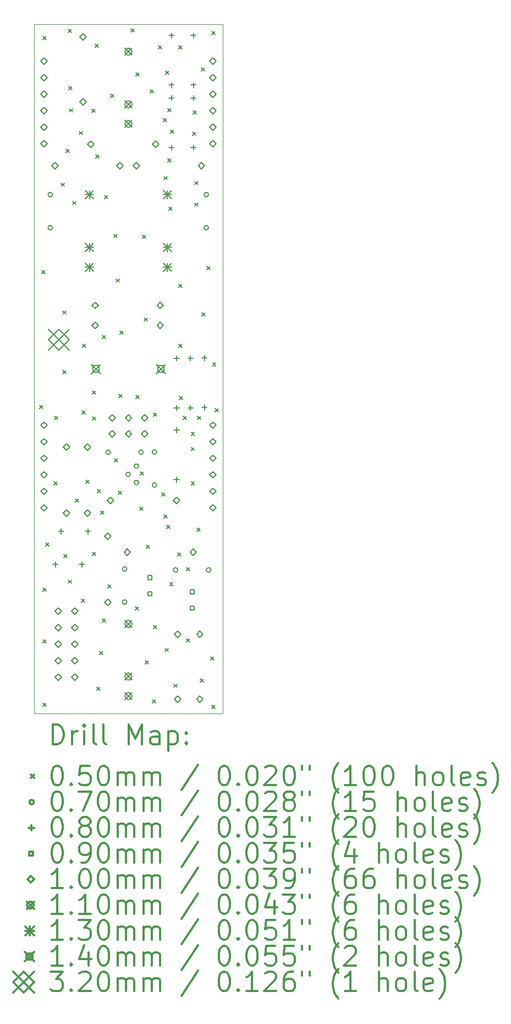
<source format=gbr>
%FSLAX45Y45*%
G04 Gerber Fmt 4.5, Leading zero omitted, Abs format (unit mm)*
G04 Created by KiCad (PCBNEW (2016-12-20 revision 2972f6f)-master) date Sun Jul  5 08:57:16 2020*
%MOMM*%
%LPD*%
G01*
G04 APERTURE LIST*
%ADD10C,0.127000*%
%ADD11C,0.100000*%
%ADD12C,0.200000*%
%ADD13C,0.300000*%
G04 APERTURE END LIST*
D10*
D11*
X2900000Y10600000D02*
X0Y10600000D01*
X2900000Y0D02*
X2900000Y10600000D01*
X0Y0D02*
X2900000Y0D01*
X0Y10600000D02*
X0Y0D01*
D12*
X85000Y4745000D02*
X135000Y4695000D01*
X135000Y4745000D02*
X85000Y4695000D01*
X115000Y6815000D02*
X165000Y6765000D01*
X165000Y6815000D02*
X115000Y6765000D01*
X135000Y10415000D02*
X185000Y10365000D01*
X185000Y10415000D02*
X135000Y10365000D01*
X135000Y1935000D02*
X185000Y1885000D01*
X185000Y1935000D02*
X135000Y1885000D01*
X135000Y1135000D02*
X185000Y1085000D01*
X185000Y1135000D02*
X135000Y1085000D01*
X135000Y165000D02*
X185000Y115000D01*
X185000Y165000D02*
X135000Y115000D01*
X175000Y2625000D02*
X225000Y2575000D01*
X225000Y2625000D02*
X175000Y2575000D01*
X305000Y3565000D02*
X355000Y3515000D01*
X355000Y3565000D02*
X305000Y3515000D01*
X315000Y4575000D02*
X365000Y4525000D01*
X365000Y4575000D02*
X315000Y4525000D01*
X412100Y8159000D02*
X462100Y8109000D01*
X462100Y8159000D02*
X412100Y8109000D01*
X435000Y6195000D02*
X485000Y6145000D01*
X485000Y6195000D02*
X435000Y6145000D01*
X435000Y5275000D02*
X485000Y5225000D01*
X485000Y5275000D02*
X435000Y5225000D01*
X455000Y2445000D02*
X505000Y2395000D01*
X505000Y2445000D02*
X455000Y2395000D01*
X488300Y8679700D02*
X538300Y8629700D01*
X538300Y8679700D02*
X488300Y8629700D01*
X525000Y10525000D02*
X575000Y10475000D01*
X575000Y10525000D02*
X525000Y10475000D01*
X525000Y2055000D02*
X575000Y2005000D01*
X575000Y2055000D02*
X525000Y2005000D01*
X535000Y9645000D02*
X585000Y9595000D01*
X585000Y9645000D02*
X535000Y9595000D01*
X539100Y9302000D02*
X589100Y9252000D01*
X589100Y9302000D02*
X539100Y9252000D01*
X589900Y7879600D02*
X639900Y7829600D01*
X639900Y7879600D02*
X589900Y7829600D01*
X635000Y3305000D02*
X685000Y3255000D01*
X685000Y3305000D02*
X635000Y3255000D01*
X695000Y8955000D02*
X745000Y8905000D01*
X745000Y8955000D02*
X695000Y8905000D01*
X725000Y1765000D02*
X775000Y1715000D01*
X775000Y1765000D02*
X725000Y1715000D01*
X735000Y4655000D02*
X785000Y4605000D01*
X785000Y4655000D02*
X735000Y4605000D01*
X745000Y5685000D02*
X795000Y5635000D01*
X795000Y5685000D02*
X745000Y5635000D01*
X795000Y3595000D02*
X845000Y3545000D01*
X845000Y3595000D02*
X795000Y3545000D01*
X885000Y9295000D02*
X935000Y9245000D01*
X935000Y9295000D02*
X885000Y9245000D01*
X895000Y4965000D02*
X945000Y4915000D01*
X945000Y4965000D02*
X895000Y4915000D01*
X895000Y4565000D02*
X945000Y4515000D01*
X945000Y4565000D02*
X895000Y4515000D01*
X895000Y2485000D02*
X945000Y2435000D01*
X945000Y2485000D02*
X895000Y2435000D01*
X935000Y10295000D02*
X985000Y10245000D01*
X985000Y10295000D02*
X935000Y10245000D01*
X945000Y8595000D02*
X995000Y8545000D01*
X995000Y8595000D02*
X945000Y8545000D01*
X965000Y405000D02*
X1015000Y355000D01*
X1015000Y405000D02*
X965000Y355000D01*
X975000Y3445000D02*
X1025000Y3395000D01*
X1025000Y3445000D02*
X975000Y3395000D01*
X1005000Y955000D02*
X1055000Y905000D01*
X1055000Y955000D02*
X1005000Y905000D01*
X1025000Y3115000D02*
X1075000Y3065000D01*
X1075000Y3115000D02*
X1025000Y3065000D01*
X1045000Y5815000D02*
X1095000Y5765000D01*
X1095000Y5815000D02*
X1045000Y5765000D01*
X1045000Y1455000D02*
X1095000Y1405000D01*
X1095000Y1455000D02*
X1045000Y1405000D01*
X1085200Y7968500D02*
X1135200Y7918500D01*
X1135200Y7968500D02*
X1085200Y7918500D01*
X1135000Y1985000D02*
X1185000Y1935000D01*
X1185000Y1985000D02*
X1135000Y1935000D01*
X1175000Y9525000D02*
X1225000Y9475000D01*
X1225000Y9525000D02*
X1175000Y9475000D01*
X1224900Y7371600D02*
X1274900Y7321600D01*
X1274900Y7371600D02*
X1224900Y7321600D01*
X1235000Y3925000D02*
X1285000Y3875000D01*
X1285000Y3925000D02*
X1235000Y3875000D01*
X1263000Y6685800D02*
X1313000Y6635800D01*
X1313000Y6685800D02*
X1263000Y6635800D01*
X1295000Y3425000D02*
X1345000Y3375000D01*
X1345000Y3425000D02*
X1295000Y3375000D01*
X1305000Y4915000D02*
X1355000Y4865000D01*
X1355000Y4915000D02*
X1305000Y4865000D01*
X1315000Y5885000D02*
X1365000Y5835000D01*
X1365000Y5885000D02*
X1315000Y5835000D01*
X1485000Y10535000D02*
X1535000Y10485000D01*
X1535000Y10535000D02*
X1485000Y10485000D01*
X1555000Y1645000D02*
X1605000Y1595000D01*
X1605000Y1645000D02*
X1555000Y1595000D01*
X1565000Y9855000D02*
X1615000Y9805000D01*
X1615000Y9855000D02*
X1565000Y9805000D01*
X1565000Y4895000D02*
X1615000Y4845000D01*
X1615000Y4895000D02*
X1565000Y4845000D01*
X1625000Y3175000D02*
X1675000Y3125000D01*
X1675000Y3175000D02*
X1625000Y3125000D01*
X1635000Y3715000D02*
X1685000Y3665000D01*
X1685000Y3715000D02*
X1635000Y3665000D01*
X1669400Y7358900D02*
X1719400Y7308900D01*
X1719400Y7358900D02*
X1669400Y7308900D01*
X1695000Y6085000D02*
X1745000Y6035000D01*
X1745000Y6085000D02*
X1695000Y6035000D01*
X1705000Y815000D02*
X1755000Y765000D01*
X1755000Y815000D02*
X1705000Y765000D01*
X1725000Y2595000D02*
X1775000Y2545000D01*
X1775000Y2595000D02*
X1725000Y2545000D01*
X1785000Y9595000D02*
X1835000Y9545000D01*
X1835000Y9595000D02*
X1785000Y9545000D01*
X1815000Y215000D02*
X1865000Y165000D01*
X1865000Y215000D02*
X1815000Y165000D01*
X1835000Y4625000D02*
X1885000Y4575000D01*
X1885000Y4625000D02*
X1835000Y4575000D01*
X1835000Y1355000D02*
X1885000Y1305000D01*
X1885000Y1355000D02*
X1835000Y1305000D01*
X1915000Y10275000D02*
X1965000Y10225000D01*
X1965000Y10275000D02*
X1915000Y10225000D01*
X1965000Y3395000D02*
X2015000Y3345000D01*
X2015000Y3395000D02*
X1965000Y3345000D01*
X1985000Y9155000D02*
X2035000Y9105000D01*
X2035000Y9155000D02*
X1985000Y9105000D01*
X1995000Y3055000D02*
X2045000Y3005000D01*
X2045000Y3055000D02*
X1995000Y3005000D01*
X1999600Y8260600D02*
X2049600Y8210600D01*
X2049600Y8260600D02*
X1999600Y8210600D01*
X2015000Y1005000D02*
X2065000Y955000D01*
X2065000Y1005000D02*
X2015000Y955000D01*
X2025000Y9885000D02*
X2075000Y9835000D01*
X2075000Y9885000D02*
X2025000Y9835000D01*
X2035000Y2895000D02*
X2085000Y2845000D01*
X2085000Y2895000D02*
X2035000Y2845000D01*
X2055000Y9305000D02*
X2105000Y9255000D01*
X2105000Y9305000D02*
X2055000Y9255000D01*
X2055000Y8535000D02*
X2105000Y8485000D01*
X2105000Y8535000D02*
X2055000Y8485000D01*
X2075800Y7790700D02*
X2125800Y7740700D01*
X2125800Y7790700D02*
X2075800Y7740700D01*
X2085000Y2015000D02*
X2135000Y1965000D01*
X2135000Y2015000D02*
X2085000Y1965000D01*
X2095000Y8975000D02*
X2145000Y8925000D01*
X2145000Y8975000D02*
X2095000Y8925000D01*
X2145000Y455000D02*
X2195000Y405000D01*
X2195000Y455000D02*
X2145000Y405000D01*
X2205000Y2475000D02*
X2255000Y2425000D01*
X2255000Y2475000D02*
X2205000Y2425000D01*
X2225000Y10275000D02*
X2275000Y10225000D01*
X2275000Y10275000D02*
X2225000Y10225000D01*
X2225000Y6605000D02*
X2275000Y6555000D01*
X2275000Y6605000D02*
X2225000Y6555000D01*
X2225000Y5685000D02*
X2275000Y5635000D01*
X2275000Y5685000D02*
X2225000Y5635000D01*
X2235000Y4875000D02*
X2285000Y4825000D01*
X2285000Y4875000D02*
X2235000Y4825000D01*
X2295000Y4575000D02*
X2345000Y4525000D01*
X2345000Y4575000D02*
X2295000Y4525000D01*
X2345000Y2245000D02*
X2395000Y2195000D01*
X2395000Y2245000D02*
X2345000Y2195000D01*
X2345000Y1155000D02*
X2395000Y1105000D01*
X2395000Y1155000D02*
X2345000Y1105000D01*
X2415000Y4325000D02*
X2465000Y4275000D01*
X2465000Y4325000D02*
X2415000Y4275000D01*
X2415000Y4095000D02*
X2465000Y4045000D01*
X2465000Y4095000D02*
X2415000Y4045000D01*
X2415000Y3565000D02*
X2465000Y3515000D01*
X2465000Y3565000D02*
X2415000Y3515000D01*
X2435000Y8945000D02*
X2485000Y8895000D01*
X2485000Y8945000D02*
X2435000Y8895000D01*
X2445000Y9275000D02*
X2495000Y9225000D01*
X2495000Y9275000D02*
X2445000Y9225000D01*
X2469500Y8184400D02*
X2519500Y8134400D01*
X2519500Y8184400D02*
X2469500Y8134400D01*
X2469500Y7854200D02*
X2519500Y7804200D01*
X2519500Y7854200D02*
X2469500Y7804200D01*
X2505000Y2855000D02*
X2555000Y2805000D01*
X2555000Y2855000D02*
X2505000Y2805000D01*
X2515000Y4575000D02*
X2565000Y4525000D01*
X2565000Y4575000D02*
X2515000Y4525000D01*
X2555000Y535000D02*
X2605000Y485000D01*
X2605000Y535000D02*
X2555000Y485000D01*
X2575000Y9935000D02*
X2625000Y9885000D01*
X2625000Y9935000D02*
X2575000Y9885000D01*
X2583800Y6165100D02*
X2633800Y6115100D01*
X2633800Y6165100D02*
X2583800Y6115100D01*
X2660000Y6876300D02*
X2710000Y6826300D01*
X2710000Y6876300D02*
X2660000Y6826300D01*
X2715000Y875000D02*
X2765000Y825000D01*
X2765000Y875000D02*
X2715000Y825000D01*
X2735000Y10495000D02*
X2785000Y10445000D01*
X2785000Y10495000D02*
X2735000Y10445000D01*
X2735000Y125000D02*
X2785000Y75000D01*
X2785000Y125000D02*
X2735000Y75000D01*
X2745000Y5395000D02*
X2795000Y5345000D01*
X2795000Y5395000D02*
X2745000Y5345000D01*
X2785000Y4695000D02*
X2835000Y4645000D01*
X2835000Y4695000D02*
X2785000Y4645000D01*
X281600Y7981600D02*
G75*
G03X281600Y7981600I-35000J0D01*
G01*
X281600Y7473600D02*
G75*
G03X281600Y7473600I-35000J0D01*
G01*
X1171000Y4020000D02*
G75*
G03X1171000Y4020000I-35000J0D01*
G01*
X1425000Y2224000D02*
G75*
G03X1425000Y2224000I-35000J0D01*
G01*
X1425000Y1716000D02*
G75*
G03X1425000Y1716000I-35000J0D01*
G01*
X1481500Y3680000D02*
G75*
G03X1481500Y3680000I-35000J0D01*
G01*
X1608500Y3807000D02*
G75*
G03X1608500Y3807000I-35000J0D01*
G01*
X1608500Y3553000D02*
G75*
G03X1608500Y3553000I-35000J0D01*
G01*
X1679000Y4020000D02*
G75*
G03X1679000Y4020000I-35000J0D01*
G01*
X1885000Y4024000D02*
G75*
G03X1885000Y4024000I-35000J0D01*
G01*
X1885000Y3516000D02*
G75*
G03X1885000Y3516000I-35000J0D01*
G01*
X2211000Y2210000D02*
G75*
G03X2211000Y2210000I-35000J0D01*
G01*
X2681900Y7981600D02*
G75*
G03X2681900Y7981600I-35000J0D01*
G01*
X2681900Y7473600D02*
G75*
G03X2681900Y7473600I-35000J0D01*
G01*
X2719000Y2210000D02*
G75*
G03X2719000Y2210000I-35000J0D01*
G01*
X325000Y2335000D02*
X325000Y2255000D01*
X285000Y2295000D02*
X365000Y2295000D01*
X415000Y2845000D02*
X415000Y2765000D01*
X375000Y2805000D02*
X455000Y2805000D01*
X735000Y2335000D02*
X735000Y2255000D01*
X695000Y2295000D02*
X775000Y2295000D01*
X825000Y2845000D02*
X825000Y2765000D01*
X785000Y2805000D02*
X865000Y2805000D01*
X2110000Y10471000D02*
X2110000Y10391000D01*
X2070000Y10431000D02*
X2150000Y10431000D01*
X2110000Y9709000D02*
X2110000Y9629000D01*
X2070000Y9669000D02*
X2150000Y9669000D01*
X2110000Y9511000D02*
X2110000Y9431000D01*
X2070000Y9471000D02*
X2150000Y9471000D01*
X2110000Y8749000D02*
X2110000Y8669000D01*
X2070000Y8709000D02*
X2150000Y8709000D01*
X2189700Y5507000D02*
X2189700Y5427000D01*
X2149700Y5467000D02*
X2229700Y5467000D01*
X2189700Y4745000D02*
X2189700Y4665000D01*
X2149700Y4705000D02*
X2229700Y4705000D01*
X2189700Y4402100D02*
X2189700Y4322100D01*
X2149700Y4362100D02*
X2229700Y4362100D01*
X2189700Y3640100D02*
X2189700Y3560100D01*
X2149700Y3600100D02*
X2229700Y3600100D01*
X2405600Y5507000D02*
X2405600Y5427000D01*
X2365600Y5467000D02*
X2445600Y5467000D01*
X2405600Y4745000D02*
X2405600Y4665000D01*
X2365600Y4705000D02*
X2445600Y4705000D01*
X2450000Y10471000D02*
X2450000Y10391000D01*
X2410000Y10431000D02*
X2490000Y10431000D01*
X2450000Y9709000D02*
X2450000Y9629000D01*
X2410000Y9669000D02*
X2490000Y9669000D01*
X2450000Y9511000D02*
X2450000Y9431000D01*
X2410000Y9471000D02*
X2490000Y9471000D01*
X2450000Y8749000D02*
X2450000Y8669000D01*
X2410000Y8709000D02*
X2490000Y8709000D01*
X2620000Y5511000D02*
X2620000Y5431000D01*
X2580000Y5471000D02*
X2660000Y5471000D01*
X2620000Y4749000D02*
X2620000Y4669000D01*
X2580000Y4709000D02*
X2660000Y4709000D01*
X1811820Y2063180D02*
X1811820Y2126820D01*
X1748180Y2126820D01*
X1748180Y2063180D01*
X1811820Y2063180D01*
X1811820Y1813180D02*
X1811820Y1876820D01*
X1748180Y1876820D01*
X1748180Y1813180D01*
X1811820Y1813180D01*
X2461820Y1843180D02*
X2461820Y1906820D01*
X2398180Y1906820D01*
X2398180Y1843180D01*
X2461820Y1843180D01*
X2461820Y1593180D02*
X2461820Y1656820D01*
X2398180Y1656820D01*
X2398180Y1593180D01*
X2461820Y1593180D01*
X150000Y9985000D02*
X200000Y10035000D01*
X150000Y10085000D01*
X100000Y10035000D01*
X150000Y9985000D01*
X150000Y9731000D02*
X200000Y9781000D01*
X150000Y9831000D01*
X100000Y9781000D01*
X150000Y9731000D01*
X150000Y9477000D02*
X200000Y9527000D01*
X150000Y9577000D01*
X100000Y9527000D01*
X150000Y9477000D01*
X150000Y9223000D02*
X200000Y9273000D01*
X150000Y9323000D01*
X100000Y9273000D01*
X150000Y9223000D01*
X150000Y8969000D02*
X200000Y9019000D01*
X150000Y9069000D01*
X100000Y9019000D01*
X150000Y8969000D01*
X150000Y8715000D02*
X200000Y8765000D01*
X150000Y8815000D01*
X100000Y8765000D01*
X150000Y8715000D01*
X150000Y4385000D02*
X200000Y4435000D01*
X150000Y4485000D01*
X100000Y4435000D01*
X150000Y4385000D01*
X150000Y4131000D02*
X200000Y4181000D01*
X150000Y4231000D01*
X100000Y4181000D01*
X150000Y4131000D01*
X150000Y3877000D02*
X200000Y3927000D01*
X150000Y3977000D01*
X100000Y3927000D01*
X150000Y3877000D01*
X150000Y3623000D02*
X200000Y3673000D01*
X150000Y3723000D01*
X100000Y3673000D01*
X150000Y3623000D01*
X150000Y3369000D02*
X200000Y3419000D01*
X150000Y3469000D01*
X100000Y3419000D01*
X150000Y3369000D01*
X150000Y3115000D02*
X200000Y3165000D01*
X150000Y3215000D01*
X100000Y3165000D01*
X150000Y3115000D01*
X318100Y8376100D02*
X368100Y8426100D01*
X318100Y8476100D01*
X268100Y8426100D01*
X318100Y8376100D01*
X373000Y1528000D02*
X423000Y1578000D01*
X373000Y1628000D01*
X323000Y1578000D01*
X373000Y1528000D01*
X373000Y1274000D02*
X423000Y1324000D01*
X373000Y1374000D01*
X323000Y1324000D01*
X373000Y1274000D01*
X373000Y1020000D02*
X423000Y1070000D01*
X373000Y1120000D01*
X323000Y1070000D01*
X373000Y1020000D01*
X373000Y766000D02*
X423000Y816000D01*
X373000Y866000D01*
X323000Y816000D01*
X373000Y766000D01*
X373000Y512000D02*
X423000Y562000D01*
X373000Y612000D01*
X323000Y562000D01*
X373000Y512000D01*
X500000Y4048000D02*
X550000Y4098000D01*
X500000Y4148000D01*
X450000Y4098000D01*
X500000Y4048000D01*
X500000Y3032000D02*
X550000Y3082000D01*
X500000Y3132000D01*
X450000Y3082000D01*
X500000Y3032000D01*
X627000Y1528000D02*
X677000Y1578000D01*
X627000Y1628000D01*
X577000Y1578000D01*
X627000Y1528000D01*
X627000Y1274000D02*
X677000Y1324000D01*
X627000Y1374000D01*
X577000Y1324000D01*
X627000Y1274000D01*
X627000Y1020000D02*
X677000Y1070000D01*
X627000Y1120000D01*
X577000Y1070000D01*
X627000Y1020000D01*
X627000Y766000D02*
X677000Y816000D01*
X627000Y866000D01*
X577000Y816000D01*
X627000Y766000D01*
X627000Y512000D02*
X677000Y562000D01*
X627000Y612000D01*
X577000Y562000D01*
X627000Y512000D01*
X750000Y10360000D02*
X800000Y10410000D01*
X750000Y10460000D01*
X700000Y10410000D01*
X750000Y10360000D01*
X750000Y9360000D02*
X800000Y9410000D01*
X750000Y9460000D01*
X700000Y9410000D01*
X750000Y9360000D01*
X820000Y4048000D02*
X870000Y4098000D01*
X820000Y4148000D01*
X770000Y4098000D01*
X820000Y4048000D01*
X820000Y3032000D02*
X870000Y3082000D01*
X820000Y3132000D01*
X770000Y3082000D01*
X820000Y3032000D01*
X870000Y8710000D02*
X920000Y8760000D01*
X870000Y8810000D01*
X820000Y8760000D01*
X870000Y8710000D01*
X940000Y6230000D02*
X990000Y6280000D01*
X940000Y6330000D01*
X890000Y6280000D01*
X940000Y6230000D01*
X940000Y5920000D02*
X990000Y5970000D01*
X940000Y6020000D01*
X890000Y5970000D01*
X940000Y5920000D01*
X1130000Y2678000D02*
X1180000Y2728000D01*
X1130000Y2778000D01*
X1080000Y2728000D01*
X1130000Y2678000D01*
X1130000Y1662000D02*
X1180000Y1712000D01*
X1130000Y1762000D01*
X1080000Y1712000D01*
X1130000Y1662000D01*
X1172000Y3230000D02*
X1222000Y3280000D01*
X1172000Y3330000D01*
X1122000Y3280000D01*
X1172000Y3230000D01*
X1200000Y4500000D02*
X1250000Y4550000D01*
X1200000Y4600000D01*
X1150000Y4550000D01*
X1200000Y4500000D01*
X1200000Y4250000D02*
X1250000Y4300000D01*
X1200000Y4350000D01*
X1150000Y4300000D01*
X1200000Y4250000D01*
X1318100Y8376100D02*
X1368100Y8426100D01*
X1318100Y8476100D01*
X1268100Y8426100D01*
X1318100Y8376100D01*
X1432000Y2430000D02*
X1482000Y2480000D01*
X1432000Y2530000D01*
X1382000Y2480000D01*
X1432000Y2430000D01*
X1450000Y4500000D02*
X1500000Y4550000D01*
X1450000Y4600000D01*
X1400000Y4550000D01*
X1450000Y4500000D01*
X1450000Y4250000D02*
X1500000Y4300000D01*
X1450000Y4350000D01*
X1400000Y4300000D01*
X1450000Y4250000D01*
X1575400Y8376100D02*
X1625400Y8426100D01*
X1575400Y8476100D01*
X1525400Y8426100D01*
X1575400Y8376100D01*
X1700000Y4500000D02*
X1750000Y4550000D01*
X1700000Y4600000D01*
X1650000Y4550000D01*
X1700000Y4500000D01*
X1700000Y4250000D02*
X1750000Y4300000D01*
X1700000Y4350000D01*
X1650000Y4300000D01*
X1700000Y4250000D01*
X1870000Y8710000D02*
X1920000Y8760000D01*
X1870000Y8810000D01*
X1820000Y8760000D01*
X1870000Y8710000D01*
X1940000Y6230000D02*
X1990000Y6280000D01*
X1940000Y6330000D01*
X1890000Y6280000D01*
X1940000Y6230000D01*
X1940000Y5920000D02*
X1990000Y5970000D01*
X1940000Y6020000D01*
X1890000Y5970000D01*
X1940000Y5920000D01*
X2188000Y3230000D02*
X2238000Y3280000D01*
X2188000Y3330000D01*
X2138000Y3280000D01*
X2188000Y3230000D01*
X2210000Y1170000D02*
X2260000Y1220000D01*
X2210000Y1270000D01*
X2160000Y1220000D01*
X2210000Y1170000D01*
X2210000Y170000D02*
X2260000Y220000D01*
X2210000Y270000D01*
X2160000Y220000D01*
X2210000Y170000D01*
X2448000Y2430000D02*
X2498000Y2480000D01*
X2448000Y2530000D01*
X2398000Y2480000D01*
X2448000Y2430000D01*
X2550000Y1170000D02*
X2600000Y1220000D01*
X2550000Y1270000D01*
X2500000Y1220000D01*
X2550000Y1170000D01*
X2550000Y170000D02*
X2600000Y220000D01*
X2550000Y270000D01*
X2500000Y220000D01*
X2550000Y170000D01*
X2575400Y8376100D02*
X2625400Y8426100D01*
X2575400Y8476100D01*
X2525400Y8426100D01*
X2575400Y8376100D01*
X2750000Y9985000D02*
X2800000Y10035000D01*
X2750000Y10085000D01*
X2700000Y10035000D01*
X2750000Y9985000D01*
X2750000Y9731000D02*
X2800000Y9781000D01*
X2750000Y9831000D01*
X2700000Y9781000D01*
X2750000Y9731000D01*
X2750000Y9477000D02*
X2800000Y9527000D01*
X2750000Y9577000D01*
X2700000Y9527000D01*
X2750000Y9477000D01*
X2750000Y9223000D02*
X2800000Y9273000D01*
X2750000Y9323000D01*
X2700000Y9273000D01*
X2750000Y9223000D01*
X2750000Y8969000D02*
X2800000Y9019000D01*
X2750000Y9069000D01*
X2700000Y9019000D01*
X2750000Y8969000D01*
X2750000Y8715000D02*
X2800000Y8765000D01*
X2750000Y8815000D01*
X2700000Y8765000D01*
X2750000Y8715000D01*
X2750000Y4385000D02*
X2800000Y4435000D01*
X2750000Y4485000D01*
X2700000Y4435000D01*
X2750000Y4385000D01*
X2750000Y4131000D02*
X2800000Y4181000D01*
X2750000Y4231000D01*
X2700000Y4181000D01*
X2750000Y4131000D01*
X2750000Y3877000D02*
X2800000Y3927000D01*
X2750000Y3977000D01*
X2700000Y3927000D01*
X2750000Y3877000D01*
X2750000Y3623000D02*
X2800000Y3673000D01*
X2750000Y3723000D01*
X2700000Y3673000D01*
X2750000Y3623000D01*
X2750000Y3369000D02*
X2800000Y3419000D01*
X2750000Y3469000D01*
X2700000Y3419000D01*
X2750000Y3369000D01*
X2750000Y3115000D02*
X2800000Y3165000D01*
X2750000Y3215000D01*
X2700000Y3165000D01*
X2750000Y3115000D01*
X1395000Y10235000D02*
X1505000Y10125000D01*
X1505000Y10235000D02*
X1395000Y10125000D01*
X1505000Y10180000D02*
G75*
G03X1505000Y10180000I-55000J0D01*
G01*
X1395000Y9425000D02*
X1505000Y9315000D01*
X1505000Y9425000D02*
X1395000Y9315000D01*
X1505000Y9370000D02*
G75*
G03X1505000Y9370000I-55000J0D01*
G01*
X1395000Y9125000D02*
X1505000Y9015000D01*
X1505000Y9125000D02*
X1395000Y9015000D01*
X1505000Y9070000D02*
G75*
G03X1505000Y9070000I-55000J0D01*
G01*
X1395000Y1435000D02*
X1505000Y1325000D01*
X1505000Y1435000D02*
X1395000Y1325000D01*
X1505000Y1380000D02*
G75*
G03X1505000Y1380000I-55000J0D01*
G01*
X1395000Y625000D02*
X1505000Y515000D01*
X1505000Y625000D02*
X1395000Y515000D01*
X1505000Y570000D02*
G75*
G03X1505000Y570000I-55000J0D01*
G01*
X1395000Y325000D02*
X1505000Y215000D01*
X1505000Y325000D02*
X1395000Y215000D01*
X1505000Y270000D02*
G75*
G03X1505000Y270000I-55000J0D01*
G01*
X785000Y8047600D02*
X915000Y7917600D01*
X915000Y8047600D02*
X785000Y7917600D01*
X850000Y8047600D02*
X850000Y7917600D01*
X785000Y7982600D02*
X915000Y7982600D01*
X785000Y7234800D02*
X915000Y7104800D01*
X915000Y7234800D02*
X785000Y7104800D01*
X850000Y7234800D02*
X850000Y7104800D01*
X785000Y7169800D02*
X915000Y7169800D01*
X785000Y6930000D02*
X915000Y6800000D01*
X915000Y6930000D02*
X785000Y6800000D01*
X850000Y6930000D02*
X850000Y6800000D01*
X785000Y6865000D02*
X915000Y6865000D01*
X1985000Y8047600D02*
X2115000Y7917600D01*
X2115000Y8047600D02*
X1985000Y7917600D01*
X2050000Y8047600D02*
X2050000Y7917600D01*
X1985000Y7982600D02*
X2115000Y7982600D01*
X1985000Y7234800D02*
X2115000Y7104800D01*
X2115000Y7234800D02*
X1985000Y7104800D01*
X2050000Y7234800D02*
X2050000Y7104800D01*
X1985000Y7169800D02*
X2115000Y7169800D01*
X1985000Y6930000D02*
X2115000Y6800000D01*
X2115000Y6930000D02*
X1985000Y6800000D01*
X2050000Y6930000D02*
X2050000Y6800000D01*
X1985000Y6865000D02*
X2115000Y6865000D01*
X880000Y5370000D02*
X1020000Y5230000D01*
X1020000Y5370000D02*
X880000Y5230000D01*
X999498Y5250502D02*
X999498Y5349498D01*
X900502Y5349498D01*
X900502Y5250502D01*
X999498Y5250502D01*
X1880000Y5370000D02*
X2020000Y5230000D01*
X2020000Y5370000D02*
X1880000Y5230000D01*
X1999498Y5250502D02*
X1999498Y5349498D01*
X1900502Y5349498D01*
X1900502Y5250502D01*
X1999498Y5250502D01*
X220000Y5910000D02*
X540000Y5590000D01*
X540000Y5910000D02*
X220000Y5590000D01*
X380000Y5590000D02*
X540000Y5750000D01*
X380000Y5910000D01*
X220000Y5750000D01*
X380000Y5590000D01*
D13*
X281428Y-470714D02*
X281428Y-170714D01*
X352857Y-170714D01*
X395714Y-185000D01*
X424286Y-213571D01*
X438571Y-242143D01*
X452857Y-299286D01*
X452857Y-342143D01*
X438571Y-399286D01*
X424286Y-427857D01*
X395714Y-456429D01*
X352857Y-470714D01*
X281428Y-470714D01*
X581428Y-470714D02*
X581428Y-270714D01*
X581428Y-327857D02*
X595714Y-299286D01*
X610000Y-285000D01*
X638571Y-270714D01*
X667143Y-270714D01*
X767143Y-470714D02*
X767143Y-270714D01*
X767143Y-170714D02*
X752857Y-185000D01*
X767143Y-199286D01*
X781428Y-185000D01*
X767143Y-170714D01*
X767143Y-199286D01*
X952857Y-470714D02*
X924286Y-456429D01*
X910000Y-427857D01*
X910000Y-170714D01*
X1110000Y-470714D02*
X1081428Y-456429D01*
X1067143Y-427857D01*
X1067143Y-170714D01*
X1452857Y-470714D02*
X1452857Y-170714D01*
X1552857Y-385000D01*
X1652857Y-170714D01*
X1652857Y-470714D01*
X1924286Y-470714D02*
X1924286Y-313572D01*
X1910000Y-285000D01*
X1881428Y-270714D01*
X1824286Y-270714D01*
X1795714Y-285000D01*
X1924286Y-456429D02*
X1895714Y-470714D01*
X1824286Y-470714D01*
X1795714Y-456429D01*
X1781428Y-427857D01*
X1781428Y-399286D01*
X1795714Y-370714D01*
X1824286Y-356429D01*
X1895714Y-356429D01*
X1924286Y-342143D01*
X2067143Y-270714D02*
X2067143Y-570714D01*
X2067143Y-285000D02*
X2095714Y-270714D01*
X2152857Y-270714D01*
X2181428Y-285000D01*
X2195714Y-299286D01*
X2210000Y-327857D01*
X2210000Y-413571D01*
X2195714Y-442143D01*
X2181428Y-456429D01*
X2152857Y-470714D01*
X2095714Y-470714D01*
X2067143Y-456429D01*
X2338571Y-442143D02*
X2352857Y-456429D01*
X2338571Y-470714D01*
X2324286Y-456429D01*
X2338571Y-442143D01*
X2338571Y-470714D01*
X2338571Y-285000D02*
X2352857Y-299286D01*
X2338571Y-313572D01*
X2324286Y-299286D01*
X2338571Y-285000D01*
X2338571Y-313572D01*
X-55000Y-940000D02*
X-5000Y-990000D01*
X-5000Y-940000D02*
X-55000Y-990000D01*
X338571Y-800714D02*
X367143Y-800714D01*
X395714Y-815000D01*
X410000Y-829286D01*
X424286Y-857857D01*
X438571Y-915000D01*
X438571Y-986429D01*
X424286Y-1043571D01*
X410000Y-1072143D01*
X395714Y-1086429D01*
X367143Y-1100714D01*
X338571Y-1100714D01*
X310000Y-1086429D01*
X295714Y-1072143D01*
X281428Y-1043571D01*
X267143Y-986429D01*
X267143Y-915000D01*
X281428Y-857857D01*
X295714Y-829286D01*
X310000Y-815000D01*
X338571Y-800714D01*
X567143Y-1072143D02*
X581428Y-1086429D01*
X567143Y-1100714D01*
X552857Y-1086429D01*
X567143Y-1072143D01*
X567143Y-1100714D01*
X852857Y-800714D02*
X710000Y-800714D01*
X695714Y-943571D01*
X710000Y-929286D01*
X738571Y-915000D01*
X810000Y-915000D01*
X838571Y-929286D01*
X852857Y-943571D01*
X867143Y-972143D01*
X867143Y-1043571D01*
X852857Y-1072143D01*
X838571Y-1086429D01*
X810000Y-1100714D01*
X738571Y-1100714D01*
X710000Y-1086429D01*
X695714Y-1072143D01*
X1052857Y-800714D02*
X1081428Y-800714D01*
X1110000Y-815000D01*
X1124286Y-829286D01*
X1138571Y-857857D01*
X1152857Y-915000D01*
X1152857Y-986429D01*
X1138571Y-1043571D01*
X1124286Y-1072143D01*
X1110000Y-1086429D01*
X1081428Y-1100714D01*
X1052857Y-1100714D01*
X1024286Y-1086429D01*
X1010000Y-1072143D01*
X995714Y-1043571D01*
X981428Y-986429D01*
X981428Y-915000D01*
X995714Y-857857D01*
X1010000Y-829286D01*
X1024286Y-815000D01*
X1052857Y-800714D01*
X1281428Y-1100714D02*
X1281428Y-900714D01*
X1281428Y-929286D02*
X1295714Y-915000D01*
X1324286Y-900714D01*
X1367143Y-900714D01*
X1395714Y-915000D01*
X1410000Y-943571D01*
X1410000Y-1100714D01*
X1410000Y-943571D02*
X1424286Y-915000D01*
X1452857Y-900714D01*
X1495714Y-900714D01*
X1524286Y-915000D01*
X1538571Y-943571D01*
X1538571Y-1100714D01*
X1681428Y-1100714D02*
X1681428Y-900714D01*
X1681428Y-929286D02*
X1695714Y-915000D01*
X1724286Y-900714D01*
X1767143Y-900714D01*
X1795714Y-915000D01*
X1810000Y-943571D01*
X1810000Y-1100714D01*
X1810000Y-943571D02*
X1824286Y-915000D01*
X1852857Y-900714D01*
X1895714Y-900714D01*
X1924286Y-915000D01*
X1938571Y-943571D01*
X1938571Y-1100714D01*
X2524286Y-786429D02*
X2267143Y-1172143D01*
X2910000Y-800714D02*
X2938571Y-800714D01*
X2967143Y-815000D01*
X2981428Y-829286D01*
X2995714Y-857857D01*
X3010000Y-915000D01*
X3010000Y-986429D01*
X2995714Y-1043571D01*
X2981428Y-1072143D01*
X2967143Y-1086429D01*
X2938571Y-1100714D01*
X2910000Y-1100714D01*
X2881428Y-1086429D01*
X2867143Y-1072143D01*
X2852857Y-1043571D01*
X2838571Y-986429D01*
X2838571Y-915000D01*
X2852857Y-857857D01*
X2867143Y-829286D01*
X2881428Y-815000D01*
X2910000Y-800714D01*
X3138571Y-1072143D02*
X3152857Y-1086429D01*
X3138571Y-1100714D01*
X3124286Y-1086429D01*
X3138571Y-1072143D01*
X3138571Y-1100714D01*
X3338571Y-800714D02*
X3367143Y-800714D01*
X3395714Y-815000D01*
X3410000Y-829286D01*
X3424286Y-857857D01*
X3438571Y-915000D01*
X3438571Y-986429D01*
X3424286Y-1043571D01*
X3410000Y-1072143D01*
X3395714Y-1086429D01*
X3367143Y-1100714D01*
X3338571Y-1100714D01*
X3310000Y-1086429D01*
X3295714Y-1072143D01*
X3281428Y-1043571D01*
X3267143Y-986429D01*
X3267143Y-915000D01*
X3281428Y-857857D01*
X3295714Y-829286D01*
X3310000Y-815000D01*
X3338571Y-800714D01*
X3552857Y-829286D02*
X3567143Y-815000D01*
X3595714Y-800714D01*
X3667143Y-800714D01*
X3695714Y-815000D01*
X3710000Y-829286D01*
X3724286Y-857857D01*
X3724286Y-886429D01*
X3710000Y-929286D01*
X3538571Y-1100714D01*
X3724286Y-1100714D01*
X3910000Y-800714D02*
X3938571Y-800714D01*
X3967143Y-815000D01*
X3981428Y-829286D01*
X3995714Y-857857D01*
X4010000Y-915000D01*
X4010000Y-986429D01*
X3995714Y-1043571D01*
X3981428Y-1072143D01*
X3967143Y-1086429D01*
X3938571Y-1100714D01*
X3910000Y-1100714D01*
X3881428Y-1086429D01*
X3867143Y-1072143D01*
X3852857Y-1043571D01*
X3838571Y-986429D01*
X3838571Y-915000D01*
X3852857Y-857857D01*
X3867143Y-829286D01*
X3881428Y-815000D01*
X3910000Y-800714D01*
X4124286Y-800714D02*
X4124286Y-857857D01*
X4238571Y-800714D02*
X4238571Y-857857D01*
X4681428Y-1215000D02*
X4667143Y-1200714D01*
X4638571Y-1157857D01*
X4624286Y-1129286D01*
X4610000Y-1086429D01*
X4595714Y-1015000D01*
X4595714Y-957857D01*
X4610000Y-886429D01*
X4624286Y-843571D01*
X4638571Y-815000D01*
X4667143Y-772143D01*
X4681428Y-757857D01*
X4952857Y-1100714D02*
X4781428Y-1100714D01*
X4867143Y-1100714D02*
X4867143Y-800714D01*
X4838571Y-843571D01*
X4810000Y-872143D01*
X4781428Y-886429D01*
X5138571Y-800714D02*
X5167143Y-800714D01*
X5195714Y-815000D01*
X5210000Y-829286D01*
X5224286Y-857857D01*
X5238571Y-915000D01*
X5238571Y-986429D01*
X5224286Y-1043571D01*
X5210000Y-1072143D01*
X5195714Y-1086429D01*
X5167143Y-1100714D01*
X5138571Y-1100714D01*
X5110000Y-1086429D01*
X5095714Y-1072143D01*
X5081428Y-1043571D01*
X5067143Y-986429D01*
X5067143Y-915000D01*
X5081428Y-857857D01*
X5095714Y-829286D01*
X5110000Y-815000D01*
X5138571Y-800714D01*
X5424286Y-800714D02*
X5452857Y-800714D01*
X5481428Y-815000D01*
X5495714Y-829286D01*
X5510000Y-857857D01*
X5524286Y-915000D01*
X5524286Y-986429D01*
X5510000Y-1043571D01*
X5495714Y-1072143D01*
X5481428Y-1086429D01*
X5452857Y-1100714D01*
X5424286Y-1100714D01*
X5395714Y-1086429D01*
X5381428Y-1072143D01*
X5367143Y-1043571D01*
X5352857Y-986429D01*
X5352857Y-915000D01*
X5367143Y-857857D01*
X5381428Y-829286D01*
X5395714Y-815000D01*
X5424286Y-800714D01*
X5881428Y-1100714D02*
X5881428Y-800714D01*
X6010000Y-1100714D02*
X6010000Y-943571D01*
X5995714Y-915000D01*
X5967143Y-900714D01*
X5924286Y-900714D01*
X5895714Y-915000D01*
X5881428Y-929286D01*
X6195714Y-1100714D02*
X6167143Y-1086429D01*
X6152857Y-1072143D01*
X6138571Y-1043571D01*
X6138571Y-957857D01*
X6152857Y-929286D01*
X6167143Y-915000D01*
X6195714Y-900714D01*
X6238571Y-900714D01*
X6267143Y-915000D01*
X6281428Y-929286D01*
X6295714Y-957857D01*
X6295714Y-1043571D01*
X6281428Y-1072143D01*
X6267143Y-1086429D01*
X6238571Y-1100714D01*
X6195714Y-1100714D01*
X6467143Y-1100714D02*
X6438571Y-1086429D01*
X6424286Y-1057857D01*
X6424286Y-800714D01*
X6695714Y-1086429D02*
X6667143Y-1100714D01*
X6610000Y-1100714D01*
X6581428Y-1086429D01*
X6567143Y-1057857D01*
X6567143Y-943571D01*
X6581428Y-915000D01*
X6610000Y-900714D01*
X6667143Y-900714D01*
X6695714Y-915000D01*
X6710000Y-943571D01*
X6710000Y-972143D01*
X6567143Y-1000714D01*
X6824286Y-1086429D02*
X6852857Y-1100714D01*
X6910000Y-1100714D01*
X6938571Y-1086429D01*
X6952857Y-1057857D01*
X6952857Y-1043571D01*
X6938571Y-1015000D01*
X6910000Y-1000714D01*
X6867143Y-1000714D01*
X6838571Y-986429D01*
X6824286Y-957857D01*
X6824286Y-943571D01*
X6838571Y-915000D01*
X6867143Y-900714D01*
X6910000Y-900714D01*
X6938571Y-915000D01*
X7052857Y-1215000D02*
X7067143Y-1200714D01*
X7095714Y-1157857D01*
X7110000Y-1129286D01*
X7124286Y-1086429D01*
X7138571Y-1015000D01*
X7138571Y-957857D01*
X7124286Y-886429D01*
X7110000Y-843571D01*
X7095714Y-815000D01*
X7067143Y-772143D01*
X7052857Y-757857D01*
X-5000Y-1361000D02*
G75*
G03X-5000Y-1361000I-35000J0D01*
G01*
X338571Y-1196714D02*
X367143Y-1196714D01*
X395714Y-1211000D01*
X410000Y-1225286D01*
X424286Y-1253857D01*
X438571Y-1311000D01*
X438571Y-1382429D01*
X424286Y-1439571D01*
X410000Y-1468143D01*
X395714Y-1482429D01*
X367143Y-1496714D01*
X338571Y-1496714D01*
X310000Y-1482429D01*
X295714Y-1468143D01*
X281428Y-1439571D01*
X267143Y-1382429D01*
X267143Y-1311000D01*
X281428Y-1253857D01*
X295714Y-1225286D01*
X310000Y-1211000D01*
X338571Y-1196714D01*
X567143Y-1468143D02*
X581428Y-1482429D01*
X567143Y-1496714D01*
X552857Y-1482429D01*
X567143Y-1468143D01*
X567143Y-1496714D01*
X681428Y-1196714D02*
X881428Y-1196714D01*
X752857Y-1496714D01*
X1052857Y-1196714D02*
X1081428Y-1196714D01*
X1110000Y-1211000D01*
X1124286Y-1225286D01*
X1138571Y-1253857D01*
X1152857Y-1311000D01*
X1152857Y-1382429D01*
X1138571Y-1439571D01*
X1124286Y-1468143D01*
X1110000Y-1482429D01*
X1081428Y-1496714D01*
X1052857Y-1496714D01*
X1024286Y-1482429D01*
X1010000Y-1468143D01*
X995714Y-1439571D01*
X981428Y-1382429D01*
X981428Y-1311000D01*
X995714Y-1253857D01*
X1010000Y-1225286D01*
X1024286Y-1211000D01*
X1052857Y-1196714D01*
X1281428Y-1496714D02*
X1281428Y-1296714D01*
X1281428Y-1325286D02*
X1295714Y-1311000D01*
X1324286Y-1296714D01*
X1367143Y-1296714D01*
X1395714Y-1311000D01*
X1410000Y-1339572D01*
X1410000Y-1496714D01*
X1410000Y-1339572D02*
X1424286Y-1311000D01*
X1452857Y-1296714D01*
X1495714Y-1296714D01*
X1524286Y-1311000D01*
X1538571Y-1339572D01*
X1538571Y-1496714D01*
X1681428Y-1496714D02*
X1681428Y-1296714D01*
X1681428Y-1325286D02*
X1695714Y-1311000D01*
X1724286Y-1296714D01*
X1767143Y-1296714D01*
X1795714Y-1311000D01*
X1810000Y-1339572D01*
X1810000Y-1496714D01*
X1810000Y-1339572D02*
X1824286Y-1311000D01*
X1852857Y-1296714D01*
X1895714Y-1296714D01*
X1924286Y-1311000D01*
X1938571Y-1339572D01*
X1938571Y-1496714D01*
X2524286Y-1182429D02*
X2267143Y-1568143D01*
X2910000Y-1196714D02*
X2938571Y-1196714D01*
X2967143Y-1211000D01*
X2981428Y-1225286D01*
X2995714Y-1253857D01*
X3010000Y-1311000D01*
X3010000Y-1382429D01*
X2995714Y-1439571D01*
X2981428Y-1468143D01*
X2967143Y-1482429D01*
X2938571Y-1496714D01*
X2910000Y-1496714D01*
X2881428Y-1482429D01*
X2867143Y-1468143D01*
X2852857Y-1439571D01*
X2838571Y-1382429D01*
X2838571Y-1311000D01*
X2852857Y-1253857D01*
X2867143Y-1225286D01*
X2881428Y-1211000D01*
X2910000Y-1196714D01*
X3138571Y-1468143D02*
X3152857Y-1482429D01*
X3138571Y-1496714D01*
X3124286Y-1482429D01*
X3138571Y-1468143D01*
X3138571Y-1496714D01*
X3338571Y-1196714D02*
X3367143Y-1196714D01*
X3395714Y-1211000D01*
X3410000Y-1225286D01*
X3424286Y-1253857D01*
X3438571Y-1311000D01*
X3438571Y-1382429D01*
X3424286Y-1439571D01*
X3410000Y-1468143D01*
X3395714Y-1482429D01*
X3367143Y-1496714D01*
X3338571Y-1496714D01*
X3310000Y-1482429D01*
X3295714Y-1468143D01*
X3281428Y-1439571D01*
X3267143Y-1382429D01*
X3267143Y-1311000D01*
X3281428Y-1253857D01*
X3295714Y-1225286D01*
X3310000Y-1211000D01*
X3338571Y-1196714D01*
X3552857Y-1225286D02*
X3567143Y-1211000D01*
X3595714Y-1196714D01*
X3667143Y-1196714D01*
X3695714Y-1211000D01*
X3710000Y-1225286D01*
X3724286Y-1253857D01*
X3724286Y-1282429D01*
X3710000Y-1325286D01*
X3538571Y-1496714D01*
X3724286Y-1496714D01*
X3895714Y-1325286D02*
X3867143Y-1311000D01*
X3852857Y-1296714D01*
X3838571Y-1268143D01*
X3838571Y-1253857D01*
X3852857Y-1225286D01*
X3867143Y-1211000D01*
X3895714Y-1196714D01*
X3952857Y-1196714D01*
X3981428Y-1211000D01*
X3995714Y-1225286D01*
X4010000Y-1253857D01*
X4010000Y-1268143D01*
X3995714Y-1296714D01*
X3981428Y-1311000D01*
X3952857Y-1325286D01*
X3895714Y-1325286D01*
X3867143Y-1339572D01*
X3852857Y-1353857D01*
X3838571Y-1382429D01*
X3838571Y-1439571D01*
X3852857Y-1468143D01*
X3867143Y-1482429D01*
X3895714Y-1496714D01*
X3952857Y-1496714D01*
X3981428Y-1482429D01*
X3995714Y-1468143D01*
X4010000Y-1439571D01*
X4010000Y-1382429D01*
X3995714Y-1353857D01*
X3981428Y-1339572D01*
X3952857Y-1325286D01*
X4124286Y-1196714D02*
X4124286Y-1253857D01*
X4238571Y-1196714D02*
X4238571Y-1253857D01*
X4681428Y-1611000D02*
X4667143Y-1596714D01*
X4638571Y-1553857D01*
X4624286Y-1525286D01*
X4610000Y-1482429D01*
X4595714Y-1411000D01*
X4595714Y-1353857D01*
X4610000Y-1282429D01*
X4624286Y-1239572D01*
X4638571Y-1211000D01*
X4667143Y-1168143D01*
X4681428Y-1153857D01*
X4952857Y-1496714D02*
X4781428Y-1496714D01*
X4867143Y-1496714D02*
X4867143Y-1196714D01*
X4838571Y-1239572D01*
X4810000Y-1268143D01*
X4781428Y-1282429D01*
X5224286Y-1196714D02*
X5081428Y-1196714D01*
X5067143Y-1339572D01*
X5081428Y-1325286D01*
X5110000Y-1311000D01*
X5181428Y-1311000D01*
X5210000Y-1325286D01*
X5224286Y-1339572D01*
X5238571Y-1368143D01*
X5238571Y-1439571D01*
X5224286Y-1468143D01*
X5210000Y-1482429D01*
X5181428Y-1496714D01*
X5110000Y-1496714D01*
X5081428Y-1482429D01*
X5067143Y-1468143D01*
X5595714Y-1496714D02*
X5595714Y-1196714D01*
X5724286Y-1496714D02*
X5724286Y-1339572D01*
X5710000Y-1311000D01*
X5681428Y-1296714D01*
X5638571Y-1296714D01*
X5610000Y-1311000D01*
X5595714Y-1325286D01*
X5910000Y-1496714D02*
X5881428Y-1482429D01*
X5867143Y-1468143D01*
X5852857Y-1439571D01*
X5852857Y-1353857D01*
X5867143Y-1325286D01*
X5881428Y-1311000D01*
X5910000Y-1296714D01*
X5952857Y-1296714D01*
X5981428Y-1311000D01*
X5995714Y-1325286D01*
X6010000Y-1353857D01*
X6010000Y-1439571D01*
X5995714Y-1468143D01*
X5981428Y-1482429D01*
X5952857Y-1496714D01*
X5910000Y-1496714D01*
X6181428Y-1496714D02*
X6152857Y-1482429D01*
X6138571Y-1453857D01*
X6138571Y-1196714D01*
X6410000Y-1482429D02*
X6381428Y-1496714D01*
X6324286Y-1496714D01*
X6295714Y-1482429D01*
X6281428Y-1453857D01*
X6281428Y-1339572D01*
X6295714Y-1311000D01*
X6324286Y-1296714D01*
X6381428Y-1296714D01*
X6410000Y-1311000D01*
X6424286Y-1339572D01*
X6424286Y-1368143D01*
X6281428Y-1396714D01*
X6538571Y-1482429D02*
X6567143Y-1496714D01*
X6624286Y-1496714D01*
X6652857Y-1482429D01*
X6667143Y-1453857D01*
X6667143Y-1439571D01*
X6652857Y-1411000D01*
X6624286Y-1396714D01*
X6581428Y-1396714D01*
X6552857Y-1382429D01*
X6538571Y-1353857D01*
X6538571Y-1339572D01*
X6552857Y-1311000D01*
X6581428Y-1296714D01*
X6624286Y-1296714D01*
X6652857Y-1311000D01*
X6767143Y-1611000D02*
X6781428Y-1596714D01*
X6810000Y-1553857D01*
X6824286Y-1525286D01*
X6838571Y-1482429D01*
X6852857Y-1411000D01*
X6852857Y-1353857D01*
X6838571Y-1282429D01*
X6824286Y-1239572D01*
X6810000Y-1211000D01*
X6781428Y-1168143D01*
X6767143Y-1153857D01*
X-45000Y-1717000D02*
X-45000Y-1797000D01*
X-85000Y-1757000D02*
X-5000Y-1757000D01*
X338571Y-1592714D02*
X367143Y-1592714D01*
X395714Y-1607000D01*
X410000Y-1621286D01*
X424286Y-1649857D01*
X438571Y-1707000D01*
X438571Y-1778429D01*
X424286Y-1835571D01*
X410000Y-1864143D01*
X395714Y-1878429D01*
X367143Y-1892714D01*
X338571Y-1892714D01*
X310000Y-1878429D01*
X295714Y-1864143D01*
X281428Y-1835571D01*
X267143Y-1778429D01*
X267143Y-1707000D01*
X281428Y-1649857D01*
X295714Y-1621286D01*
X310000Y-1607000D01*
X338571Y-1592714D01*
X567143Y-1864143D02*
X581428Y-1878429D01*
X567143Y-1892714D01*
X552857Y-1878429D01*
X567143Y-1864143D01*
X567143Y-1892714D01*
X752857Y-1721286D02*
X724286Y-1707000D01*
X710000Y-1692714D01*
X695714Y-1664143D01*
X695714Y-1649857D01*
X710000Y-1621286D01*
X724286Y-1607000D01*
X752857Y-1592714D01*
X810000Y-1592714D01*
X838571Y-1607000D01*
X852857Y-1621286D01*
X867143Y-1649857D01*
X867143Y-1664143D01*
X852857Y-1692714D01*
X838571Y-1707000D01*
X810000Y-1721286D01*
X752857Y-1721286D01*
X724286Y-1735571D01*
X710000Y-1749857D01*
X695714Y-1778429D01*
X695714Y-1835571D01*
X710000Y-1864143D01*
X724286Y-1878429D01*
X752857Y-1892714D01*
X810000Y-1892714D01*
X838571Y-1878429D01*
X852857Y-1864143D01*
X867143Y-1835571D01*
X867143Y-1778429D01*
X852857Y-1749857D01*
X838571Y-1735571D01*
X810000Y-1721286D01*
X1052857Y-1592714D02*
X1081428Y-1592714D01*
X1110000Y-1607000D01*
X1124286Y-1621286D01*
X1138571Y-1649857D01*
X1152857Y-1707000D01*
X1152857Y-1778429D01*
X1138571Y-1835571D01*
X1124286Y-1864143D01*
X1110000Y-1878429D01*
X1081428Y-1892714D01*
X1052857Y-1892714D01*
X1024286Y-1878429D01*
X1010000Y-1864143D01*
X995714Y-1835571D01*
X981428Y-1778429D01*
X981428Y-1707000D01*
X995714Y-1649857D01*
X1010000Y-1621286D01*
X1024286Y-1607000D01*
X1052857Y-1592714D01*
X1281428Y-1892714D02*
X1281428Y-1692714D01*
X1281428Y-1721286D02*
X1295714Y-1707000D01*
X1324286Y-1692714D01*
X1367143Y-1692714D01*
X1395714Y-1707000D01*
X1410000Y-1735571D01*
X1410000Y-1892714D01*
X1410000Y-1735571D02*
X1424286Y-1707000D01*
X1452857Y-1692714D01*
X1495714Y-1692714D01*
X1524286Y-1707000D01*
X1538571Y-1735571D01*
X1538571Y-1892714D01*
X1681428Y-1892714D02*
X1681428Y-1692714D01*
X1681428Y-1721286D02*
X1695714Y-1707000D01*
X1724286Y-1692714D01*
X1767143Y-1692714D01*
X1795714Y-1707000D01*
X1810000Y-1735571D01*
X1810000Y-1892714D01*
X1810000Y-1735571D02*
X1824286Y-1707000D01*
X1852857Y-1692714D01*
X1895714Y-1692714D01*
X1924286Y-1707000D01*
X1938571Y-1735571D01*
X1938571Y-1892714D01*
X2524286Y-1578429D02*
X2267143Y-1964143D01*
X2910000Y-1592714D02*
X2938571Y-1592714D01*
X2967143Y-1607000D01*
X2981428Y-1621286D01*
X2995714Y-1649857D01*
X3010000Y-1707000D01*
X3010000Y-1778429D01*
X2995714Y-1835571D01*
X2981428Y-1864143D01*
X2967143Y-1878429D01*
X2938571Y-1892714D01*
X2910000Y-1892714D01*
X2881428Y-1878429D01*
X2867143Y-1864143D01*
X2852857Y-1835571D01*
X2838571Y-1778429D01*
X2838571Y-1707000D01*
X2852857Y-1649857D01*
X2867143Y-1621286D01*
X2881428Y-1607000D01*
X2910000Y-1592714D01*
X3138571Y-1864143D02*
X3152857Y-1878429D01*
X3138571Y-1892714D01*
X3124286Y-1878429D01*
X3138571Y-1864143D01*
X3138571Y-1892714D01*
X3338571Y-1592714D02*
X3367143Y-1592714D01*
X3395714Y-1607000D01*
X3410000Y-1621286D01*
X3424286Y-1649857D01*
X3438571Y-1707000D01*
X3438571Y-1778429D01*
X3424286Y-1835571D01*
X3410000Y-1864143D01*
X3395714Y-1878429D01*
X3367143Y-1892714D01*
X3338571Y-1892714D01*
X3310000Y-1878429D01*
X3295714Y-1864143D01*
X3281428Y-1835571D01*
X3267143Y-1778429D01*
X3267143Y-1707000D01*
X3281428Y-1649857D01*
X3295714Y-1621286D01*
X3310000Y-1607000D01*
X3338571Y-1592714D01*
X3538571Y-1592714D02*
X3724286Y-1592714D01*
X3624286Y-1707000D01*
X3667143Y-1707000D01*
X3695714Y-1721286D01*
X3710000Y-1735571D01*
X3724286Y-1764143D01*
X3724286Y-1835571D01*
X3710000Y-1864143D01*
X3695714Y-1878429D01*
X3667143Y-1892714D01*
X3581428Y-1892714D01*
X3552857Y-1878429D01*
X3538571Y-1864143D01*
X4010000Y-1892714D02*
X3838571Y-1892714D01*
X3924286Y-1892714D02*
X3924286Y-1592714D01*
X3895714Y-1635571D01*
X3867143Y-1664143D01*
X3838571Y-1678429D01*
X4124286Y-1592714D02*
X4124286Y-1649857D01*
X4238571Y-1592714D02*
X4238571Y-1649857D01*
X4681428Y-2007000D02*
X4667143Y-1992714D01*
X4638571Y-1949857D01*
X4624286Y-1921286D01*
X4610000Y-1878429D01*
X4595714Y-1807000D01*
X4595714Y-1749857D01*
X4610000Y-1678429D01*
X4624286Y-1635571D01*
X4638571Y-1607000D01*
X4667143Y-1564143D01*
X4681428Y-1549857D01*
X4781428Y-1621286D02*
X4795714Y-1607000D01*
X4824286Y-1592714D01*
X4895714Y-1592714D01*
X4924286Y-1607000D01*
X4938571Y-1621286D01*
X4952857Y-1649857D01*
X4952857Y-1678429D01*
X4938571Y-1721286D01*
X4767143Y-1892714D01*
X4952857Y-1892714D01*
X5138571Y-1592714D02*
X5167143Y-1592714D01*
X5195714Y-1607000D01*
X5210000Y-1621286D01*
X5224286Y-1649857D01*
X5238571Y-1707000D01*
X5238571Y-1778429D01*
X5224286Y-1835571D01*
X5210000Y-1864143D01*
X5195714Y-1878429D01*
X5167143Y-1892714D01*
X5138571Y-1892714D01*
X5110000Y-1878429D01*
X5095714Y-1864143D01*
X5081428Y-1835571D01*
X5067143Y-1778429D01*
X5067143Y-1707000D01*
X5081428Y-1649857D01*
X5095714Y-1621286D01*
X5110000Y-1607000D01*
X5138571Y-1592714D01*
X5595714Y-1892714D02*
X5595714Y-1592714D01*
X5724286Y-1892714D02*
X5724286Y-1735571D01*
X5710000Y-1707000D01*
X5681428Y-1692714D01*
X5638571Y-1692714D01*
X5610000Y-1707000D01*
X5595714Y-1721286D01*
X5910000Y-1892714D02*
X5881428Y-1878429D01*
X5867143Y-1864143D01*
X5852857Y-1835571D01*
X5852857Y-1749857D01*
X5867143Y-1721286D01*
X5881428Y-1707000D01*
X5910000Y-1692714D01*
X5952857Y-1692714D01*
X5981428Y-1707000D01*
X5995714Y-1721286D01*
X6010000Y-1749857D01*
X6010000Y-1835571D01*
X5995714Y-1864143D01*
X5981428Y-1878429D01*
X5952857Y-1892714D01*
X5910000Y-1892714D01*
X6181428Y-1892714D02*
X6152857Y-1878429D01*
X6138571Y-1849857D01*
X6138571Y-1592714D01*
X6410000Y-1878429D02*
X6381428Y-1892714D01*
X6324286Y-1892714D01*
X6295714Y-1878429D01*
X6281428Y-1849857D01*
X6281428Y-1735571D01*
X6295714Y-1707000D01*
X6324286Y-1692714D01*
X6381428Y-1692714D01*
X6410000Y-1707000D01*
X6424286Y-1735571D01*
X6424286Y-1764143D01*
X6281428Y-1792714D01*
X6538571Y-1878429D02*
X6567143Y-1892714D01*
X6624286Y-1892714D01*
X6652857Y-1878429D01*
X6667143Y-1849857D01*
X6667143Y-1835571D01*
X6652857Y-1807000D01*
X6624286Y-1792714D01*
X6581428Y-1792714D01*
X6552857Y-1778429D01*
X6538571Y-1749857D01*
X6538571Y-1735571D01*
X6552857Y-1707000D01*
X6581428Y-1692714D01*
X6624286Y-1692714D01*
X6652857Y-1707000D01*
X6767143Y-2007000D02*
X6781428Y-1992714D01*
X6810000Y-1949857D01*
X6824286Y-1921286D01*
X6838571Y-1878429D01*
X6852857Y-1807000D01*
X6852857Y-1749857D01*
X6838571Y-1678429D01*
X6824286Y-1635571D01*
X6810000Y-1607000D01*
X6781428Y-1564143D01*
X6767143Y-1549857D01*
X-18180Y-2184820D02*
X-18180Y-2121180D01*
X-81820Y-2121180D01*
X-81820Y-2184820D01*
X-18180Y-2184820D01*
X338571Y-1988714D02*
X367143Y-1988714D01*
X395714Y-2003000D01*
X410000Y-2017286D01*
X424286Y-2045857D01*
X438571Y-2103000D01*
X438571Y-2174429D01*
X424286Y-2231572D01*
X410000Y-2260143D01*
X395714Y-2274429D01*
X367143Y-2288714D01*
X338571Y-2288714D01*
X310000Y-2274429D01*
X295714Y-2260143D01*
X281428Y-2231572D01*
X267143Y-2174429D01*
X267143Y-2103000D01*
X281428Y-2045857D01*
X295714Y-2017286D01*
X310000Y-2003000D01*
X338571Y-1988714D01*
X567143Y-2260143D02*
X581428Y-2274429D01*
X567143Y-2288714D01*
X552857Y-2274429D01*
X567143Y-2260143D01*
X567143Y-2288714D01*
X724286Y-2288714D02*
X781428Y-2288714D01*
X810000Y-2274429D01*
X824286Y-2260143D01*
X852857Y-2217286D01*
X867143Y-2160143D01*
X867143Y-2045857D01*
X852857Y-2017286D01*
X838571Y-2003000D01*
X810000Y-1988714D01*
X752857Y-1988714D01*
X724286Y-2003000D01*
X710000Y-2017286D01*
X695714Y-2045857D01*
X695714Y-2117286D01*
X710000Y-2145857D01*
X724286Y-2160143D01*
X752857Y-2174429D01*
X810000Y-2174429D01*
X838571Y-2160143D01*
X852857Y-2145857D01*
X867143Y-2117286D01*
X1052857Y-1988714D02*
X1081428Y-1988714D01*
X1110000Y-2003000D01*
X1124286Y-2017286D01*
X1138571Y-2045857D01*
X1152857Y-2103000D01*
X1152857Y-2174429D01*
X1138571Y-2231572D01*
X1124286Y-2260143D01*
X1110000Y-2274429D01*
X1081428Y-2288714D01*
X1052857Y-2288714D01*
X1024286Y-2274429D01*
X1010000Y-2260143D01*
X995714Y-2231572D01*
X981428Y-2174429D01*
X981428Y-2103000D01*
X995714Y-2045857D01*
X1010000Y-2017286D01*
X1024286Y-2003000D01*
X1052857Y-1988714D01*
X1281428Y-2288714D02*
X1281428Y-2088714D01*
X1281428Y-2117286D02*
X1295714Y-2103000D01*
X1324286Y-2088714D01*
X1367143Y-2088714D01*
X1395714Y-2103000D01*
X1410000Y-2131572D01*
X1410000Y-2288714D01*
X1410000Y-2131572D02*
X1424286Y-2103000D01*
X1452857Y-2088714D01*
X1495714Y-2088714D01*
X1524286Y-2103000D01*
X1538571Y-2131572D01*
X1538571Y-2288714D01*
X1681428Y-2288714D02*
X1681428Y-2088714D01*
X1681428Y-2117286D02*
X1695714Y-2103000D01*
X1724286Y-2088714D01*
X1767143Y-2088714D01*
X1795714Y-2103000D01*
X1810000Y-2131572D01*
X1810000Y-2288714D01*
X1810000Y-2131572D02*
X1824286Y-2103000D01*
X1852857Y-2088714D01*
X1895714Y-2088714D01*
X1924286Y-2103000D01*
X1938571Y-2131572D01*
X1938571Y-2288714D01*
X2524286Y-1974429D02*
X2267143Y-2360143D01*
X2910000Y-1988714D02*
X2938571Y-1988714D01*
X2967143Y-2003000D01*
X2981428Y-2017286D01*
X2995714Y-2045857D01*
X3010000Y-2103000D01*
X3010000Y-2174429D01*
X2995714Y-2231572D01*
X2981428Y-2260143D01*
X2967143Y-2274429D01*
X2938571Y-2288714D01*
X2910000Y-2288714D01*
X2881428Y-2274429D01*
X2867143Y-2260143D01*
X2852857Y-2231572D01*
X2838571Y-2174429D01*
X2838571Y-2103000D01*
X2852857Y-2045857D01*
X2867143Y-2017286D01*
X2881428Y-2003000D01*
X2910000Y-1988714D01*
X3138571Y-2260143D02*
X3152857Y-2274429D01*
X3138571Y-2288714D01*
X3124286Y-2274429D01*
X3138571Y-2260143D01*
X3138571Y-2288714D01*
X3338571Y-1988714D02*
X3367143Y-1988714D01*
X3395714Y-2003000D01*
X3410000Y-2017286D01*
X3424286Y-2045857D01*
X3438571Y-2103000D01*
X3438571Y-2174429D01*
X3424286Y-2231572D01*
X3410000Y-2260143D01*
X3395714Y-2274429D01*
X3367143Y-2288714D01*
X3338571Y-2288714D01*
X3310000Y-2274429D01*
X3295714Y-2260143D01*
X3281428Y-2231572D01*
X3267143Y-2174429D01*
X3267143Y-2103000D01*
X3281428Y-2045857D01*
X3295714Y-2017286D01*
X3310000Y-2003000D01*
X3338571Y-1988714D01*
X3538571Y-1988714D02*
X3724286Y-1988714D01*
X3624286Y-2103000D01*
X3667143Y-2103000D01*
X3695714Y-2117286D01*
X3710000Y-2131572D01*
X3724286Y-2160143D01*
X3724286Y-2231572D01*
X3710000Y-2260143D01*
X3695714Y-2274429D01*
X3667143Y-2288714D01*
X3581428Y-2288714D01*
X3552857Y-2274429D01*
X3538571Y-2260143D01*
X3995714Y-1988714D02*
X3852857Y-1988714D01*
X3838571Y-2131572D01*
X3852857Y-2117286D01*
X3881428Y-2103000D01*
X3952857Y-2103000D01*
X3981428Y-2117286D01*
X3995714Y-2131572D01*
X4010000Y-2160143D01*
X4010000Y-2231572D01*
X3995714Y-2260143D01*
X3981428Y-2274429D01*
X3952857Y-2288714D01*
X3881428Y-2288714D01*
X3852857Y-2274429D01*
X3838571Y-2260143D01*
X4124286Y-1988714D02*
X4124286Y-2045857D01*
X4238571Y-1988714D02*
X4238571Y-2045857D01*
X4681428Y-2403000D02*
X4667143Y-2388714D01*
X4638571Y-2345857D01*
X4624286Y-2317286D01*
X4610000Y-2274429D01*
X4595714Y-2203000D01*
X4595714Y-2145857D01*
X4610000Y-2074429D01*
X4624286Y-2031571D01*
X4638571Y-2003000D01*
X4667143Y-1960143D01*
X4681428Y-1945857D01*
X4924286Y-2088714D02*
X4924286Y-2288714D01*
X4852857Y-1974429D02*
X4781428Y-2188714D01*
X4967143Y-2188714D01*
X5310000Y-2288714D02*
X5310000Y-1988714D01*
X5438571Y-2288714D02*
X5438571Y-2131572D01*
X5424286Y-2103000D01*
X5395714Y-2088714D01*
X5352857Y-2088714D01*
X5324286Y-2103000D01*
X5310000Y-2117286D01*
X5624286Y-2288714D02*
X5595714Y-2274429D01*
X5581428Y-2260143D01*
X5567143Y-2231572D01*
X5567143Y-2145857D01*
X5581428Y-2117286D01*
X5595714Y-2103000D01*
X5624286Y-2088714D01*
X5667143Y-2088714D01*
X5695714Y-2103000D01*
X5710000Y-2117286D01*
X5724286Y-2145857D01*
X5724286Y-2231572D01*
X5710000Y-2260143D01*
X5695714Y-2274429D01*
X5667143Y-2288714D01*
X5624286Y-2288714D01*
X5895714Y-2288714D02*
X5867143Y-2274429D01*
X5852857Y-2245857D01*
X5852857Y-1988714D01*
X6124286Y-2274429D02*
X6095714Y-2288714D01*
X6038571Y-2288714D01*
X6010000Y-2274429D01*
X5995714Y-2245857D01*
X5995714Y-2131572D01*
X6010000Y-2103000D01*
X6038571Y-2088714D01*
X6095714Y-2088714D01*
X6124286Y-2103000D01*
X6138571Y-2131572D01*
X6138571Y-2160143D01*
X5995714Y-2188714D01*
X6252857Y-2274429D02*
X6281428Y-2288714D01*
X6338571Y-2288714D01*
X6367143Y-2274429D01*
X6381428Y-2245857D01*
X6381428Y-2231572D01*
X6367143Y-2203000D01*
X6338571Y-2188714D01*
X6295714Y-2188714D01*
X6267143Y-2174429D01*
X6252857Y-2145857D01*
X6252857Y-2131572D01*
X6267143Y-2103000D01*
X6295714Y-2088714D01*
X6338571Y-2088714D01*
X6367143Y-2103000D01*
X6481428Y-2403000D02*
X6495714Y-2388714D01*
X6524286Y-2345857D01*
X6538571Y-2317286D01*
X6552857Y-2274429D01*
X6567143Y-2203000D01*
X6567143Y-2145857D01*
X6552857Y-2074429D01*
X6538571Y-2031571D01*
X6524286Y-2003000D01*
X6495714Y-1960143D01*
X6481428Y-1945857D01*
X-55000Y-2599000D02*
X-5000Y-2549000D01*
X-55000Y-2499000D01*
X-105000Y-2549000D01*
X-55000Y-2599000D01*
X438571Y-2684714D02*
X267143Y-2684714D01*
X352857Y-2684714D02*
X352857Y-2384714D01*
X324286Y-2427572D01*
X295714Y-2456143D01*
X267143Y-2470429D01*
X567143Y-2656143D02*
X581428Y-2670429D01*
X567143Y-2684714D01*
X552857Y-2670429D01*
X567143Y-2656143D01*
X567143Y-2684714D01*
X767143Y-2384714D02*
X795714Y-2384714D01*
X824286Y-2399000D01*
X838571Y-2413286D01*
X852857Y-2441857D01*
X867143Y-2499000D01*
X867143Y-2570429D01*
X852857Y-2627572D01*
X838571Y-2656143D01*
X824286Y-2670429D01*
X795714Y-2684714D01*
X767143Y-2684714D01*
X738571Y-2670429D01*
X724286Y-2656143D01*
X710000Y-2627572D01*
X695714Y-2570429D01*
X695714Y-2499000D01*
X710000Y-2441857D01*
X724286Y-2413286D01*
X738571Y-2399000D01*
X767143Y-2384714D01*
X1052857Y-2384714D02*
X1081428Y-2384714D01*
X1110000Y-2399000D01*
X1124286Y-2413286D01*
X1138571Y-2441857D01*
X1152857Y-2499000D01*
X1152857Y-2570429D01*
X1138571Y-2627572D01*
X1124286Y-2656143D01*
X1110000Y-2670429D01*
X1081428Y-2684714D01*
X1052857Y-2684714D01*
X1024286Y-2670429D01*
X1010000Y-2656143D01*
X995714Y-2627572D01*
X981428Y-2570429D01*
X981428Y-2499000D01*
X995714Y-2441857D01*
X1010000Y-2413286D01*
X1024286Y-2399000D01*
X1052857Y-2384714D01*
X1281428Y-2684714D02*
X1281428Y-2484714D01*
X1281428Y-2513286D02*
X1295714Y-2499000D01*
X1324286Y-2484714D01*
X1367143Y-2484714D01*
X1395714Y-2499000D01*
X1410000Y-2527572D01*
X1410000Y-2684714D01*
X1410000Y-2527572D02*
X1424286Y-2499000D01*
X1452857Y-2484714D01*
X1495714Y-2484714D01*
X1524286Y-2499000D01*
X1538571Y-2527572D01*
X1538571Y-2684714D01*
X1681428Y-2684714D02*
X1681428Y-2484714D01*
X1681428Y-2513286D02*
X1695714Y-2499000D01*
X1724286Y-2484714D01*
X1767143Y-2484714D01*
X1795714Y-2499000D01*
X1810000Y-2527572D01*
X1810000Y-2684714D01*
X1810000Y-2527572D02*
X1824286Y-2499000D01*
X1852857Y-2484714D01*
X1895714Y-2484714D01*
X1924286Y-2499000D01*
X1938571Y-2527572D01*
X1938571Y-2684714D01*
X2524286Y-2370429D02*
X2267143Y-2756143D01*
X2910000Y-2384714D02*
X2938571Y-2384714D01*
X2967143Y-2399000D01*
X2981428Y-2413286D01*
X2995714Y-2441857D01*
X3010000Y-2499000D01*
X3010000Y-2570429D01*
X2995714Y-2627572D01*
X2981428Y-2656143D01*
X2967143Y-2670429D01*
X2938571Y-2684714D01*
X2910000Y-2684714D01*
X2881428Y-2670429D01*
X2867143Y-2656143D01*
X2852857Y-2627572D01*
X2838571Y-2570429D01*
X2838571Y-2499000D01*
X2852857Y-2441857D01*
X2867143Y-2413286D01*
X2881428Y-2399000D01*
X2910000Y-2384714D01*
X3138571Y-2656143D02*
X3152857Y-2670429D01*
X3138571Y-2684714D01*
X3124286Y-2670429D01*
X3138571Y-2656143D01*
X3138571Y-2684714D01*
X3338571Y-2384714D02*
X3367143Y-2384714D01*
X3395714Y-2399000D01*
X3410000Y-2413286D01*
X3424286Y-2441857D01*
X3438571Y-2499000D01*
X3438571Y-2570429D01*
X3424286Y-2627572D01*
X3410000Y-2656143D01*
X3395714Y-2670429D01*
X3367143Y-2684714D01*
X3338571Y-2684714D01*
X3310000Y-2670429D01*
X3295714Y-2656143D01*
X3281428Y-2627572D01*
X3267143Y-2570429D01*
X3267143Y-2499000D01*
X3281428Y-2441857D01*
X3295714Y-2413286D01*
X3310000Y-2399000D01*
X3338571Y-2384714D01*
X3538571Y-2384714D02*
X3724286Y-2384714D01*
X3624286Y-2499000D01*
X3667143Y-2499000D01*
X3695714Y-2513286D01*
X3710000Y-2527572D01*
X3724286Y-2556143D01*
X3724286Y-2627572D01*
X3710000Y-2656143D01*
X3695714Y-2670429D01*
X3667143Y-2684714D01*
X3581428Y-2684714D01*
X3552857Y-2670429D01*
X3538571Y-2656143D01*
X3867143Y-2684714D02*
X3924286Y-2684714D01*
X3952857Y-2670429D01*
X3967143Y-2656143D01*
X3995714Y-2613286D01*
X4010000Y-2556143D01*
X4010000Y-2441857D01*
X3995714Y-2413286D01*
X3981428Y-2399000D01*
X3952857Y-2384714D01*
X3895714Y-2384714D01*
X3867143Y-2399000D01*
X3852857Y-2413286D01*
X3838571Y-2441857D01*
X3838571Y-2513286D01*
X3852857Y-2541857D01*
X3867143Y-2556143D01*
X3895714Y-2570429D01*
X3952857Y-2570429D01*
X3981428Y-2556143D01*
X3995714Y-2541857D01*
X4010000Y-2513286D01*
X4124286Y-2384714D02*
X4124286Y-2441857D01*
X4238571Y-2384714D02*
X4238571Y-2441857D01*
X4681428Y-2799000D02*
X4667143Y-2784714D01*
X4638571Y-2741857D01*
X4624286Y-2713286D01*
X4610000Y-2670429D01*
X4595714Y-2599000D01*
X4595714Y-2541857D01*
X4610000Y-2470429D01*
X4624286Y-2427572D01*
X4638571Y-2399000D01*
X4667143Y-2356143D01*
X4681428Y-2341857D01*
X4924286Y-2384714D02*
X4867143Y-2384714D01*
X4838571Y-2399000D01*
X4824286Y-2413286D01*
X4795714Y-2456143D01*
X4781428Y-2513286D01*
X4781428Y-2627572D01*
X4795714Y-2656143D01*
X4810000Y-2670429D01*
X4838571Y-2684714D01*
X4895714Y-2684714D01*
X4924286Y-2670429D01*
X4938571Y-2656143D01*
X4952857Y-2627572D01*
X4952857Y-2556143D01*
X4938571Y-2527572D01*
X4924286Y-2513286D01*
X4895714Y-2499000D01*
X4838571Y-2499000D01*
X4810000Y-2513286D01*
X4795714Y-2527572D01*
X4781428Y-2556143D01*
X5210000Y-2384714D02*
X5152857Y-2384714D01*
X5124286Y-2399000D01*
X5110000Y-2413286D01*
X5081428Y-2456143D01*
X5067143Y-2513286D01*
X5067143Y-2627572D01*
X5081428Y-2656143D01*
X5095714Y-2670429D01*
X5124286Y-2684714D01*
X5181428Y-2684714D01*
X5210000Y-2670429D01*
X5224286Y-2656143D01*
X5238571Y-2627572D01*
X5238571Y-2556143D01*
X5224286Y-2527572D01*
X5210000Y-2513286D01*
X5181428Y-2499000D01*
X5124286Y-2499000D01*
X5095714Y-2513286D01*
X5081428Y-2527572D01*
X5067143Y-2556143D01*
X5595714Y-2684714D02*
X5595714Y-2384714D01*
X5724286Y-2684714D02*
X5724286Y-2527572D01*
X5710000Y-2499000D01*
X5681428Y-2484714D01*
X5638571Y-2484714D01*
X5610000Y-2499000D01*
X5595714Y-2513286D01*
X5910000Y-2684714D02*
X5881428Y-2670429D01*
X5867143Y-2656143D01*
X5852857Y-2627572D01*
X5852857Y-2541857D01*
X5867143Y-2513286D01*
X5881428Y-2499000D01*
X5910000Y-2484714D01*
X5952857Y-2484714D01*
X5981428Y-2499000D01*
X5995714Y-2513286D01*
X6010000Y-2541857D01*
X6010000Y-2627572D01*
X5995714Y-2656143D01*
X5981428Y-2670429D01*
X5952857Y-2684714D01*
X5910000Y-2684714D01*
X6181428Y-2684714D02*
X6152857Y-2670429D01*
X6138571Y-2641857D01*
X6138571Y-2384714D01*
X6410000Y-2670429D02*
X6381428Y-2684714D01*
X6324286Y-2684714D01*
X6295714Y-2670429D01*
X6281428Y-2641857D01*
X6281428Y-2527572D01*
X6295714Y-2499000D01*
X6324286Y-2484714D01*
X6381428Y-2484714D01*
X6410000Y-2499000D01*
X6424286Y-2527572D01*
X6424286Y-2556143D01*
X6281428Y-2584714D01*
X6538571Y-2670429D02*
X6567143Y-2684714D01*
X6624286Y-2684714D01*
X6652857Y-2670429D01*
X6667143Y-2641857D01*
X6667143Y-2627572D01*
X6652857Y-2599000D01*
X6624286Y-2584714D01*
X6581428Y-2584714D01*
X6552857Y-2570429D01*
X6538571Y-2541857D01*
X6538571Y-2527572D01*
X6552857Y-2499000D01*
X6581428Y-2484714D01*
X6624286Y-2484714D01*
X6652857Y-2499000D01*
X6767143Y-2799000D02*
X6781428Y-2784714D01*
X6810000Y-2741857D01*
X6824286Y-2713286D01*
X6838571Y-2670429D01*
X6852857Y-2599000D01*
X6852857Y-2541857D01*
X6838571Y-2470429D01*
X6824286Y-2427572D01*
X6810000Y-2399000D01*
X6781428Y-2356143D01*
X6767143Y-2341857D01*
X-115000Y-2890000D02*
X-5000Y-3000000D01*
X-5000Y-2890000D02*
X-115000Y-3000000D01*
X-5000Y-2945000D02*
G75*
G03X-5000Y-2945000I-55000J0D01*
G01*
X438571Y-3080714D02*
X267143Y-3080714D01*
X352857Y-3080714D02*
X352857Y-2780714D01*
X324286Y-2823571D01*
X295714Y-2852143D01*
X267143Y-2866429D01*
X567143Y-3052143D02*
X581428Y-3066429D01*
X567143Y-3080714D01*
X552857Y-3066429D01*
X567143Y-3052143D01*
X567143Y-3080714D01*
X867143Y-3080714D02*
X695714Y-3080714D01*
X781428Y-3080714D02*
X781428Y-2780714D01*
X752857Y-2823571D01*
X724286Y-2852143D01*
X695714Y-2866429D01*
X1052857Y-2780714D02*
X1081428Y-2780714D01*
X1110000Y-2795000D01*
X1124286Y-2809286D01*
X1138571Y-2837857D01*
X1152857Y-2895000D01*
X1152857Y-2966429D01*
X1138571Y-3023571D01*
X1124286Y-3052143D01*
X1110000Y-3066429D01*
X1081428Y-3080714D01*
X1052857Y-3080714D01*
X1024286Y-3066429D01*
X1010000Y-3052143D01*
X995714Y-3023571D01*
X981428Y-2966429D01*
X981428Y-2895000D01*
X995714Y-2837857D01*
X1010000Y-2809286D01*
X1024286Y-2795000D01*
X1052857Y-2780714D01*
X1281428Y-3080714D02*
X1281428Y-2880714D01*
X1281428Y-2909286D02*
X1295714Y-2895000D01*
X1324286Y-2880714D01*
X1367143Y-2880714D01*
X1395714Y-2895000D01*
X1410000Y-2923571D01*
X1410000Y-3080714D01*
X1410000Y-2923571D02*
X1424286Y-2895000D01*
X1452857Y-2880714D01*
X1495714Y-2880714D01*
X1524286Y-2895000D01*
X1538571Y-2923571D01*
X1538571Y-3080714D01*
X1681428Y-3080714D02*
X1681428Y-2880714D01*
X1681428Y-2909286D02*
X1695714Y-2895000D01*
X1724286Y-2880714D01*
X1767143Y-2880714D01*
X1795714Y-2895000D01*
X1810000Y-2923571D01*
X1810000Y-3080714D01*
X1810000Y-2923571D02*
X1824286Y-2895000D01*
X1852857Y-2880714D01*
X1895714Y-2880714D01*
X1924286Y-2895000D01*
X1938571Y-2923571D01*
X1938571Y-3080714D01*
X2524286Y-2766429D02*
X2267143Y-3152143D01*
X2910000Y-2780714D02*
X2938571Y-2780714D01*
X2967143Y-2795000D01*
X2981428Y-2809286D01*
X2995714Y-2837857D01*
X3010000Y-2895000D01*
X3010000Y-2966429D01*
X2995714Y-3023571D01*
X2981428Y-3052143D01*
X2967143Y-3066429D01*
X2938571Y-3080714D01*
X2910000Y-3080714D01*
X2881428Y-3066429D01*
X2867143Y-3052143D01*
X2852857Y-3023571D01*
X2838571Y-2966429D01*
X2838571Y-2895000D01*
X2852857Y-2837857D01*
X2867143Y-2809286D01*
X2881428Y-2795000D01*
X2910000Y-2780714D01*
X3138571Y-3052143D02*
X3152857Y-3066429D01*
X3138571Y-3080714D01*
X3124286Y-3066429D01*
X3138571Y-3052143D01*
X3138571Y-3080714D01*
X3338571Y-2780714D02*
X3367143Y-2780714D01*
X3395714Y-2795000D01*
X3410000Y-2809286D01*
X3424286Y-2837857D01*
X3438571Y-2895000D01*
X3438571Y-2966429D01*
X3424286Y-3023571D01*
X3410000Y-3052143D01*
X3395714Y-3066429D01*
X3367143Y-3080714D01*
X3338571Y-3080714D01*
X3310000Y-3066429D01*
X3295714Y-3052143D01*
X3281428Y-3023571D01*
X3267143Y-2966429D01*
X3267143Y-2895000D01*
X3281428Y-2837857D01*
X3295714Y-2809286D01*
X3310000Y-2795000D01*
X3338571Y-2780714D01*
X3695714Y-2880714D02*
X3695714Y-3080714D01*
X3624286Y-2766429D02*
X3552857Y-2980714D01*
X3738571Y-2980714D01*
X3824286Y-2780714D02*
X4010000Y-2780714D01*
X3910000Y-2895000D01*
X3952857Y-2895000D01*
X3981428Y-2909286D01*
X3995714Y-2923571D01*
X4010000Y-2952143D01*
X4010000Y-3023571D01*
X3995714Y-3052143D01*
X3981428Y-3066429D01*
X3952857Y-3080714D01*
X3867143Y-3080714D01*
X3838571Y-3066429D01*
X3824286Y-3052143D01*
X4124286Y-2780714D02*
X4124286Y-2837857D01*
X4238571Y-2780714D02*
X4238571Y-2837857D01*
X4681428Y-3195000D02*
X4667143Y-3180714D01*
X4638571Y-3137857D01*
X4624286Y-3109286D01*
X4610000Y-3066429D01*
X4595714Y-2995000D01*
X4595714Y-2937857D01*
X4610000Y-2866429D01*
X4624286Y-2823571D01*
X4638571Y-2795000D01*
X4667143Y-2752143D01*
X4681428Y-2737857D01*
X4924286Y-2780714D02*
X4867143Y-2780714D01*
X4838571Y-2795000D01*
X4824286Y-2809286D01*
X4795714Y-2852143D01*
X4781428Y-2909286D01*
X4781428Y-3023571D01*
X4795714Y-3052143D01*
X4810000Y-3066429D01*
X4838571Y-3080714D01*
X4895714Y-3080714D01*
X4924286Y-3066429D01*
X4938571Y-3052143D01*
X4952857Y-3023571D01*
X4952857Y-2952143D01*
X4938571Y-2923571D01*
X4924286Y-2909286D01*
X4895714Y-2895000D01*
X4838571Y-2895000D01*
X4810000Y-2909286D01*
X4795714Y-2923571D01*
X4781428Y-2952143D01*
X5310000Y-3080714D02*
X5310000Y-2780714D01*
X5438571Y-3080714D02*
X5438571Y-2923571D01*
X5424286Y-2895000D01*
X5395714Y-2880714D01*
X5352857Y-2880714D01*
X5324286Y-2895000D01*
X5310000Y-2909286D01*
X5624286Y-3080714D02*
X5595714Y-3066429D01*
X5581428Y-3052143D01*
X5567143Y-3023571D01*
X5567143Y-2937857D01*
X5581428Y-2909286D01*
X5595714Y-2895000D01*
X5624286Y-2880714D01*
X5667143Y-2880714D01*
X5695714Y-2895000D01*
X5710000Y-2909286D01*
X5724286Y-2937857D01*
X5724286Y-3023571D01*
X5710000Y-3052143D01*
X5695714Y-3066429D01*
X5667143Y-3080714D01*
X5624286Y-3080714D01*
X5895714Y-3080714D02*
X5867143Y-3066429D01*
X5852857Y-3037857D01*
X5852857Y-2780714D01*
X6124286Y-3066429D02*
X6095714Y-3080714D01*
X6038571Y-3080714D01*
X6010000Y-3066429D01*
X5995714Y-3037857D01*
X5995714Y-2923571D01*
X6010000Y-2895000D01*
X6038571Y-2880714D01*
X6095714Y-2880714D01*
X6124286Y-2895000D01*
X6138571Y-2923571D01*
X6138571Y-2952143D01*
X5995714Y-2980714D01*
X6252857Y-3066429D02*
X6281428Y-3080714D01*
X6338571Y-3080714D01*
X6367143Y-3066429D01*
X6381428Y-3037857D01*
X6381428Y-3023571D01*
X6367143Y-2995000D01*
X6338571Y-2980714D01*
X6295714Y-2980714D01*
X6267143Y-2966429D01*
X6252857Y-2937857D01*
X6252857Y-2923571D01*
X6267143Y-2895000D01*
X6295714Y-2880714D01*
X6338571Y-2880714D01*
X6367143Y-2895000D01*
X6481428Y-3195000D02*
X6495714Y-3180714D01*
X6524286Y-3137857D01*
X6538571Y-3109286D01*
X6552857Y-3066429D01*
X6567143Y-2995000D01*
X6567143Y-2937857D01*
X6552857Y-2866429D01*
X6538571Y-2823571D01*
X6524286Y-2795000D01*
X6495714Y-2752143D01*
X6481428Y-2737857D01*
X-135000Y-3276000D02*
X-5000Y-3406000D01*
X-5000Y-3276000D02*
X-135000Y-3406000D01*
X-70000Y-3276000D02*
X-70000Y-3406000D01*
X-135000Y-3341000D02*
X-5000Y-3341000D01*
X438571Y-3476714D02*
X267143Y-3476714D01*
X352857Y-3476714D02*
X352857Y-3176714D01*
X324286Y-3219571D01*
X295714Y-3248143D01*
X267143Y-3262429D01*
X567143Y-3448143D02*
X581428Y-3462429D01*
X567143Y-3476714D01*
X552857Y-3462429D01*
X567143Y-3448143D01*
X567143Y-3476714D01*
X681428Y-3176714D02*
X867143Y-3176714D01*
X767143Y-3291000D01*
X810000Y-3291000D01*
X838571Y-3305286D01*
X852857Y-3319571D01*
X867143Y-3348143D01*
X867143Y-3419571D01*
X852857Y-3448143D01*
X838571Y-3462429D01*
X810000Y-3476714D01*
X724286Y-3476714D01*
X695714Y-3462429D01*
X681428Y-3448143D01*
X1052857Y-3176714D02*
X1081428Y-3176714D01*
X1110000Y-3191000D01*
X1124286Y-3205286D01*
X1138571Y-3233857D01*
X1152857Y-3291000D01*
X1152857Y-3362429D01*
X1138571Y-3419571D01*
X1124286Y-3448143D01*
X1110000Y-3462429D01*
X1081428Y-3476714D01*
X1052857Y-3476714D01*
X1024286Y-3462429D01*
X1010000Y-3448143D01*
X995714Y-3419571D01*
X981428Y-3362429D01*
X981428Y-3291000D01*
X995714Y-3233857D01*
X1010000Y-3205286D01*
X1024286Y-3191000D01*
X1052857Y-3176714D01*
X1281428Y-3476714D02*
X1281428Y-3276714D01*
X1281428Y-3305286D02*
X1295714Y-3291000D01*
X1324286Y-3276714D01*
X1367143Y-3276714D01*
X1395714Y-3291000D01*
X1410000Y-3319571D01*
X1410000Y-3476714D01*
X1410000Y-3319571D02*
X1424286Y-3291000D01*
X1452857Y-3276714D01*
X1495714Y-3276714D01*
X1524286Y-3291000D01*
X1538571Y-3319571D01*
X1538571Y-3476714D01*
X1681428Y-3476714D02*
X1681428Y-3276714D01*
X1681428Y-3305286D02*
X1695714Y-3291000D01*
X1724286Y-3276714D01*
X1767143Y-3276714D01*
X1795714Y-3291000D01*
X1810000Y-3319571D01*
X1810000Y-3476714D01*
X1810000Y-3319571D02*
X1824286Y-3291000D01*
X1852857Y-3276714D01*
X1895714Y-3276714D01*
X1924286Y-3291000D01*
X1938571Y-3319571D01*
X1938571Y-3476714D01*
X2524286Y-3162429D02*
X2267143Y-3548143D01*
X2910000Y-3176714D02*
X2938571Y-3176714D01*
X2967143Y-3191000D01*
X2981428Y-3205286D01*
X2995714Y-3233857D01*
X3010000Y-3291000D01*
X3010000Y-3362429D01*
X2995714Y-3419571D01*
X2981428Y-3448143D01*
X2967143Y-3462429D01*
X2938571Y-3476714D01*
X2910000Y-3476714D01*
X2881428Y-3462429D01*
X2867143Y-3448143D01*
X2852857Y-3419571D01*
X2838571Y-3362429D01*
X2838571Y-3291000D01*
X2852857Y-3233857D01*
X2867143Y-3205286D01*
X2881428Y-3191000D01*
X2910000Y-3176714D01*
X3138571Y-3448143D02*
X3152857Y-3462429D01*
X3138571Y-3476714D01*
X3124286Y-3462429D01*
X3138571Y-3448143D01*
X3138571Y-3476714D01*
X3338571Y-3176714D02*
X3367143Y-3176714D01*
X3395714Y-3191000D01*
X3410000Y-3205286D01*
X3424286Y-3233857D01*
X3438571Y-3291000D01*
X3438571Y-3362429D01*
X3424286Y-3419571D01*
X3410000Y-3448143D01*
X3395714Y-3462429D01*
X3367143Y-3476714D01*
X3338571Y-3476714D01*
X3310000Y-3462429D01*
X3295714Y-3448143D01*
X3281428Y-3419571D01*
X3267143Y-3362429D01*
X3267143Y-3291000D01*
X3281428Y-3233857D01*
X3295714Y-3205286D01*
X3310000Y-3191000D01*
X3338571Y-3176714D01*
X3710000Y-3176714D02*
X3567143Y-3176714D01*
X3552857Y-3319571D01*
X3567143Y-3305286D01*
X3595714Y-3291000D01*
X3667143Y-3291000D01*
X3695714Y-3305286D01*
X3710000Y-3319571D01*
X3724286Y-3348143D01*
X3724286Y-3419571D01*
X3710000Y-3448143D01*
X3695714Y-3462429D01*
X3667143Y-3476714D01*
X3595714Y-3476714D01*
X3567143Y-3462429D01*
X3552857Y-3448143D01*
X4010000Y-3476714D02*
X3838571Y-3476714D01*
X3924286Y-3476714D02*
X3924286Y-3176714D01*
X3895714Y-3219571D01*
X3867143Y-3248143D01*
X3838571Y-3262429D01*
X4124286Y-3176714D02*
X4124286Y-3233857D01*
X4238571Y-3176714D02*
X4238571Y-3233857D01*
X4681428Y-3591000D02*
X4667143Y-3576714D01*
X4638571Y-3533857D01*
X4624286Y-3505286D01*
X4610000Y-3462429D01*
X4595714Y-3391000D01*
X4595714Y-3333857D01*
X4610000Y-3262429D01*
X4624286Y-3219571D01*
X4638571Y-3191000D01*
X4667143Y-3148143D01*
X4681428Y-3133857D01*
X4924286Y-3176714D02*
X4867143Y-3176714D01*
X4838571Y-3191000D01*
X4824286Y-3205286D01*
X4795714Y-3248143D01*
X4781428Y-3305286D01*
X4781428Y-3419571D01*
X4795714Y-3448143D01*
X4810000Y-3462429D01*
X4838571Y-3476714D01*
X4895714Y-3476714D01*
X4924286Y-3462429D01*
X4938571Y-3448143D01*
X4952857Y-3419571D01*
X4952857Y-3348143D01*
X4938571Y-3319571D01*
X4924286Y-3305286D01*
X4895714Y-3291000D01*
X4838571Y-3291000D01*
X4810000Y-3305286D01*
X4795714Y-3319571D01*
X4781428Y-3348143D01*
X5310000Y-3476714D02*
X5310000Y-3176714D01*
X5438571Y-3476714D02*
X5438571Y-3319571D01*
X5424286Y-3291000D01*
X5395714Y-3276714D01*
X5352857Y-3276714D01*
X5324286Y-3291000D01*
X5310000Y-3305286D01*
X5624286Y-3476714D02*
X5595714Y-3462429D01*
X5581428Y-3448143D01*
X5567143Y-3419571D01*
X5567143Y-3333857D01*
X5581428Y-3305286D01*
X5595714Y-3291000D01*
X5624286Y-3276714D01*
X5667143Y-3276714D01*
X5695714Y-3291000D01*
X5710000Y-3305286D01*
X5724286Y-3333857D01*
X5724286Y-3419571D01*
X5710000Y-3448143D01*
X5695714Y-3462429D01*
X5667143Y-3476714D01*
X5624286Y-3476714D01*
X5895714Y-3476714D02*
X5867143Y-3462429D01*
X5852857Y-3433857D01*
X5852857Y-3176714D01*
X6124286Y-3462429D02*
X6095714Y-3476714D01*
X6038571Y-3476714D01*
X6010000Y-3462429D01*
X5995714Y-3433857D01*
X5995714Y-3319571D01*
X6010000Y-3291000D01*
X6038571Y-3276714D01*
X6095714Y-3276714D01*
X6124286Y-3291000D01*
X6138571Y-3319571D01*
X6138571Y-3348143D01*
X5995714Y-3376714D01*
X6252857Y-3462429D02*
X6281428Y-3476714D01*
X6338571Y-3476714D01*
X6367143Y-3462429D01*
X6381428Y-3433857D01*
X6381428Y-3419571D01*
X6367143Y-3391000D01*
X6338571Y-3376714D01*
X6295714Y-3376714D01*
X6267143Y-3362429D01*
X6252857Y-3333857D01*
X6252857Y-3319571D01*
X6267143Y-3291000D01*
X6295714Y-3276714D01*
X6338571Y-3276714D01*
X6367143Y-3291000D01*
X6481428Y-3591000D02*
X6495714Y-3576714D01*
X6524286Y-3533857D01*
X6538571Y-3505286D01*
X6552857Y-3462429D01*
X6567143Y-3391000D01*
X6567143Y-3333857D01*
X6552857Y-3262429D01*
X6538571Y-3219571D01*
X6524286Y-3191000D01*
X6495714Y-3148143D01*
X6481428Y-3133857D01*
X-145000Y-3667000D02*
X-5000Y-3807000D01*
X-5000Y-3667000D02*
X-145000Y-3807000D01*
X-25502Y-3786498D02*
X-25502Y-3687502D01*
X-124498Y-3687502D01*
X-124498Y-3786498D01*
X-25502Y-3786498D01*
X438571Y-3872714D02*
X267143Y-3872714D01*
X352857Y-3872714D02*
X352857Y-3572714D01*
X324286Y-3615571D01*
X295714Y-3644143D01*
X267143Y-3658429D01*
X567143Y-3844143D02*
X581428Y-3858429D01*
X567143Y-3872714D01*
X552857Y-3858429D01*
X567143Y-3844143D01*
X567143Y-3872714D01*
X838571Y-3672714D02*
X838571Y-3872714D01*
X767143Y-3558429D02*
X695714Y-3772714D01*
X881428Y-3772714D01*
X1052857Y-3572714D02*
X1081428Y-3572714D01*
X1110000Y-3587000D01*
X1124286Y-3601286D01*
X1138571Y-3629857D01*
X1152857Y-3687000D01*
X1152857Y-3758429D01*
X1138571Y-3815571D01*
X1124286Y-3844143D01*
X1110000Y-3858429D01*
X1081428Y-3872714D01*
X1052857Y-3872714D01*
X1024286Y-3858429D01*
X1010000Y-3844143D01*
X995714Y-3815571D01*
X981428Y-3758429D01*
X981428Y-3687000D01*
X995714Y-3629857D01*
X1010000Y-3601286D01*
X1024286Y-3587000D01*
X1052857Y-3572714D01*
X1281428Y-3872714D02*
X1281428Y-3672714D01*
X1281428Y-3701286D02*
X1295714Y-3687000D01*
X1324286Y-3672714D01*
X1367143Y-3672714D01*
X1395714Y-3687000D01*
X1410000Y-3715571D01*
X1410000Y-3872714D01*
X1410000Y-3715571D02*
X1424286Y-3687000D01*
X1452857Y-3672714D01*
X1495714Y-3672714D01*
X1524286Y-3687000D01*
X1538571Y-3715571D01*
X1538571Y-3872714D01*
X1681428Y-3872714D02*
X1681428Y-3672714D01*
X1681428Y-3701286D02*
X1695714Y-3687000D01*
X1724286Y-3672714D01*
X1767143Y-3672714D01*
X1795714Y-3687000D01*
X1810000Y-3715571D01*
X1810000Y-3872714D01*
X1810000Y-3715571D02*
X1824286Y-3687000D01*
X1852857Y-3672714D01*
X1895714Y-3672714D01*
X1924286Y-3687000D01*
X1938571Y-3715571D01*
X1938571Y-3872714D01*
X2524286Y-3558429D02*
X2267143Y-3944143D01*
X2910000Y-3572714D02*
X2938571Y-3572714D01*
X2967143Y-3587000D01*
X2981428Y-3601286D01*
X2995714Y-3629857D01*
X3010000Y-3687000D01*
X3010000Y-3758429D01*
X2995714Y-3815571D01*
X2981428Y-3844143D01*
X2967143Y-3858429D01*
X2938571Y-3872714D01*
X2910000Y-3872714D01*
X2881428Y-3858429D01*
X2867143Y-3844143D01*
X2852857Y-3815571D01*
X2838571Y-3758429D01*
X2838571Y-3687000D01*
X2852857Y-3629857D01*
X2867143Y-3601286D01*
X2881428Y-3587000D01*
X2910000Y-3572714D01*
X3138571Y-3844143D02*
X3152857Y-3858429D01*
X3138571Y-3872714D01*
X3124286Y-3858429D01*
X3138571Y-3844143D01*
X3138571Y-3872714D01*
X3338571Y-3572714D02*
X3367143Y-3572714D01*
X3395714Y-3587000D01*
X3410000Y-3601286D01*
X3424286Y-3629857D01*
X3438571Y-3687000D01*
X3438571Y-3758429D01*
X3424286Y-3815571D01*
X3410000Y-3844143D01*
X3395714Y-3858429D01*
X3367143Y-3872714D01*
X3338571Y-3872714D01*
X3310000Y-3858429D01*
X3295714Y-3844143D01*
X3281428Y-3815571D01*
X3267143Y-3758429D01*
X3267143Y-3687000D01*
X3281428Y-3629857D01*
X3295714Y-3601286D01*
X3310000Y-3587000D01*
X3338571Y-3572714D01*
X3710000Y-3572714D02*
X3567143Y-3572714D01*
X3552857Y-3715571D01*
X3567143Y-3701286D01*
X3595714Y-3687000D01*
X3667143Y-3687000D01*
X3695714Y-3701286D01*
X3710000Y-3715571D01*
X3724286Y-3744143D01*
X3724286Y-3815571D01*
X3710000Y-3844143D01*
X3695714Y-3858429D01*
X3667143Y-3872714D01*
X3595714Y-3872714D01*
X3567143Y-3858429D01*
X3552857Y-3844143D01*
X3995714Y-3572714D02*
X3852857Y-3572714D01*
X3838571Y-3715571D01*
X3852857Y-3701286D01*
X3881428Y-3687000D01*
X3952857Y-3687000D01*
X3981428Y-3701286D01*
X3995714Y-3715571D01*
X4010000Y-3744143D01*
X4010000Y-3815571D01*
X3995714Y-3844143D01*
X3981428Y-3858429D01*
X3952857Y-3872714D01*
X3881428Y-3872714D01*
X3852857Y-3858429D01*
X3838571Y-3844143D01*
X4124286Y-3572714D02*
X4124286Y-3629857D01*
X4238571Y-3572714D02*
X4238571Y-3629857D01*
X4681428Y-3987000D02*
X4667143Y-3972714D01*
X4638571Y-3929857D01*
X4624286Y-3901286D01*
X4610000Y-3858429D01*
X4595714Y-3787000D01*
X4595714Y-3729857D01*
X4610000Y-3658429D01*
X4624286Y-3615571D01*
X4638571Y-3587000D01*
X4667143Y-3544143D01*
X4681428Y-3529857D01*
X4781428Y-3601286D02*
X4795714Y-3587000D01*
X4824286Y-3572714D01*
X4895714Y-3572714D01*
X4924286Y-3587000D01*
X4938571Y-3601286D01*
X4952857Y-3629857D01*
X4952857Y-3658429D01*
X4938571Y-3701286D01*
X4767143Y-3872714D01*
X4952857Y-3872714D01*
X5310000Y-3872714D02*
X5310000Y-3572714D01*
X5438571Y-3872714D02*
X5438571Y-3715571D01*
X5424286Y-3687000D01*
X5395714Y-3672714D01*
X5352857Y-3672714D01*
X5324286Y-3687000D01*
X5310000Y-3701286D01*
X5624286Y-3872714D02*
X5595714Y-3858429D01*
X5581428Y-3844143D01*
X5567143Y-3815571D01*
X5567143Y-3729857D01*
X5581428Y-3701286D01*
X5595714Y-3687000D01*
X5624286Y-3672714D01*
X5667143Y-3672714D01*
X5695714Y-3687000D01*
X5710000Y-3701286D01*
X5724286Y-3729857D01*
X5724286Y-3815571D01*
X5710000Y-3844143D01*
X5695714Y-3858429D01*
X5667143Y-3872714D01*
X5624286Y-3872714D01*
X5895714Y-3872714D02*
X5867143Y-3858429D01*
X5852857Y-3829857D01*
X5852857Y-3572714D01*
X6124286Y-3858429D02*
X6095714Y-3872714D01*
X6038571Y-3872714D01*
X6010000Y-3858429D01*
X5995714Y-3829857D01*
X5995714Y-3715571D01*
X6010000Y-3687000D01*
X6038571Y-3672714D01*
X6095714Y-3672714D01*
X6124286Y-3687000D01*
X6138571Y-3715571D01*
X6138571Y-3744143D01*
X5995714Y-3772714D01*
X6252857Y-3858429D02*
X6281428Y-3872714D01*
X6338571Y-3872714D01*
X6367143Y-3858429D01*
X6381428Y-3829857D01*
X6381428Y-3815571D01*
X6367143Y-3787000D01*
X6338571Y-3772714D01*
X6295714Y-3772714D01*
X6267143Y-3758429D01*
X6252857Y-3729857D01*
X6252857Y-3715571D01*
X6267143Y-3687000D01*
X6295714Y-3672714D01*
X6338571Y-3672714D01*
X6367143Y-3687000D01*
X6481428Y-3987000D02*
X6495714Y-3972714D01*
X6524286Y-3929857D01*
X6538571Y-3901286D01*
X6552857Y-3858429D01*
X6567143Y-3787000D01*
X6567143Y-3729857D01*
X6552857Y-3658429D01*
X6538571Y-3615571D01*
X6524286Y-3587000D01*
X6495714Y-3544143D01*
X6481428Y-3529857D01*
X-325000Y-3973000D02*
X-5000Y-4293000D01*
X-5000Y-3973000D02*
X-325000Y-4293000D01*
X-165000Y-4293000D02*
X-5000Y-4133000D01*
X-165000Y-3973000D01*
X-325000Y-4133000D01*
X-165000Y-4293000D01*
X252857Y-3968714D02*
X438571Y-3968714D01*
X338571Y-4083000D01*
X381428Y-4083000D01*
X410000Y-4097286D01*
X424286Y-4111571D01*
X438571Y-4140143D01*
X438571Y-4211572D01*
X424286Y-4240143D01*
X410000Y-4254429D01*
X381428Y-4268714D01*
X295714Y-4268714D01*
X267143Y-4254429D01*
X252857Y-4240143D01*
X567143Y-4240143D02*
X581428Y-4254429D01*
X567143Y-4268714D01*
X552857Y-4254429D01*
X567143Y-4240143D01*
X567143Y-4268714D01*
X695714Y-3997286D02*
X710000Y-3983000D01*
X738571Y-3968714D01*
X810000Y-3968714D01*
X838571Y-3983000D01*
X852857Y-3997286D01*
X867143Y-4025857D01*
X867143Y-4054429D01*
X852857Y-4097286D01*
X681428Y-4268714D01*
X867143Y-4268714D01*
X1052857Y-3968714D02*
X1081428Y-3968714D01*
X1110000Y-3983000D01*
X1124286Y-3997286D01*
X1138571Y-4025857D01*
X1152857Y-4083000D01*
X1152857Y-4154429D01*
X1138571Y-4211572D01*
X1124286Y-4240143D01*
X1110000Y-4254429D01*
X1081428Y-4268714D01*
X1052857Y-4268714D01*
X1024286Y-4254429D01*
X1010000Y-4240143D01*
X995714Y-4211572D01*
X981428Y-4154429D01*
X981428Y-4083000D01*
X995714Y-4025857D01*
X1010000Y-3997286D01*
X1024286Y-3983000D01*
X1052857Y-3968714D01*
X1281428Y-4268714D02*
X1281428Y-4068714D01*
X1281428Y-4097286D02*
X1295714Y-4083000D01*
X1324286Y-4068714D01*
X1367143Y-4068714D01*
X1395714Y-4083000D01*
X1410000Y-4111571D01*
X1410000Y-4268714D01*
X1410000Y-4111571D02*
X1424286Y-4083000D01*
X1452857Y-4068714D01*
X1495714Y-4068714D01*
X1524286Y-4083000D01*
X1538571Y-4111571D01*
X1538571Y-4268714D01*
X1681428Y-4268714D02*
X1681428Y-4068714D01*
X1681428Y-4097286D02*
X1695714Y-4083000D01*
X1724286Y-4068714D01*
X1767143Y-4068714D01*
X1795714Y-4083000D01*
X1810000Y-4111571D01*
X1810000Y-4268714D01*
X1810000Y-4111571D02*
X1824286Y-4083000D01*
X1852857Y-4068714D01*
X1895714Y-4068714D01*
X1924286Y-4083000D01*
X1938571Y-4111571D01*
X1938571Y-4268714D01*
X2524286Y-3954429D02*
X2267143Y-4340143D01*
X2910000Y-3968714D02*
X2938571Y-3968714D01*
X2967143Y-3983000D01*
X2981428Y-3997286D01*
X2995714Y-4025857D01*
X3010000Y-4083000D01*
X3010000Y-4154429D01*
X2995714Y-4211572D01*
X2981428Y-4240143D01*
X2967143Y-4254429D01*
X2938571Y-4268714D01*
X2910000Y-4268714D01*
X2881428Y-4254429D01*
X2867143Y-4240143D01*
X2852857Y-4211572D01*
X2838571Y-4154429D01*
X2838571Y-4083000D01*
X2852857Y-4025857D01*
X2867143Y-3997286D01*
X2881428Y-3983000D01*
X2910000Y-3968714D01*
X3138571Y-4240143D02*
X3152857Y-4254429D01*
X3138571Y-4268714D01*
X3124286Y-4254429D01*
X3138571Y-4240143D01*
X3138571Y-4268714D01*
X3438571Y-4268714D02*
X3267143Y-4268714D01*
X3352857Y-4268714D02*
X3352857Y-3968714D01*
X3324286Y-4011571D01*
X3295714Y-4040143D01*
X3267143Y-4054429D01*
X3552857Y-3997286D02*
X3567143Y-3983000D01*
X3595714Y-3968714D01*
X3667143Y-3968714D01*
X3695714Y-3983000D01*
X3710000Y-3997286D01*
X3724286Y-4025857D01*
X3724286Y-4054429D01*
X3710000Y-4097286D01*
X3538571Y-4268714D01*
X3724286Y-4268714D01*
X3981428Y-3968714D02*
X3924286Y-3968714D01*
X3895714Y-3983000D01*
X3881428Y-3997286D01*
X3852857Y-4040143D01*
X3838571Y-4097286D01*
X3838571Y-4211572D01*
X3852857Y-4240143D01*
X3867143Y-4254429D01*
X3895714Y-4268714D01*
X3952857Y-4268714D01*
X3981428Y-4254429D01*
X3995714Y-4240143D01*
X4010000Y-4211572D01*
X4010000Y-4140143D01*
X3995714Y-4111571D01*
X3981428Y-4097286D01*
X3952857Y-4083000D01*
X3895714Y-4083000D01*
X3867143Y-4097286D01*
X3852857Y-4111571D01*
X3838571Y-4140143D01*
X4124286Y-3968714D02*
X4124286Y-4025857D01*
X4238571Y-3968714D02*
X4238571Y-4025857D01*
X4681428Y-4383000D02*
X4667143Y-4368714D01*
X4638571Y-4325857D01*
X4624286Y-4297286D01*
X4610000Y-4254429D01*
X4595714Y-4183000D01*
X4595714Y-4125857D01*
X4610000Y-4054429D01*
X4624286Y-4011571D01*
X4638571Y-3983000D01*
X4667143Y-3940143D01*
X4681428Y-3925857D01*
X4952857Y-4268714D02*
X4781428Y-4268714D01*
X4867143Y-4268714D02*
X4867143Y-3968714D01*
X4838571Y-4011571D01*
X4810000Y-4040143D01*
X4781428Y-4054429D01*
X5310000Y-4268714D02*
X5310000Y-3968714D01*
X5438571Y-4268714D02*
X5438571Y-4111571D01*
X5424286Y-4083000D01*
X5395714Y-4068714D01*
X5352857Y-4068714D01*
X5324286Y-4083000D01*
X5310000Y-4097286D01*
X5624286Y-4268714D02*
X5595714Y-4254429D01*
X5581428Y-4240143D01*
X5567143Y-4211572D01*
X5567143Y-4125857D01*
X5581428Y-4097286D01*
X5595714Y-4083000D01*
X5624286Y-4068714D01*
X5667143Y-4068714D01*
X5695714Y-4083000D01*
X5710000Y-4097286D01*
X5724286Y-4125857D01*
X5724286Y-4211572D01*
X5710000Y-4240143D01*
X5695714Y-4254429D01*
X5667143Y-4268714D01*
X5624286Y-4268714D01*
X5895714Y-4268714D02*
X5867143Y-4254429D01*
X5852857Y-4225857D01*
X5852857Y-3968714D01*
X6124286Y-4254429D02*
X6095714Y-4268714D01*
X6038571Y-4268714D01*
X6010000Y-4254429D01*
X5995714Y-4225857D01*
X5995714Y-4111571D01*
X6010000Y-4083000D01*
X6038571Y-4068714D01*
X6095714Y-4068714D01*
X6124286Y-4083000D01*
X6138571Y-4111571D01*
X6138571Y-4140143D01*
X5995714Y-4168714D01*
X6238571Y-4383000D02*
X6252857Y-4368714D01*
X6281428Y-4325857D01*
X6295714Y-4297286D01*
X6310000Y-4254429D01*
X6324286Y-4183000D01*
X6324286Y-4125857D01*
X6310000Y-4054429D01*
X6295714Y-4011571D01*
X6281428Y-3983000D01*
X6252857Y-3940143D01*
X6238571Y-3925857D01*
M02*

</source>
